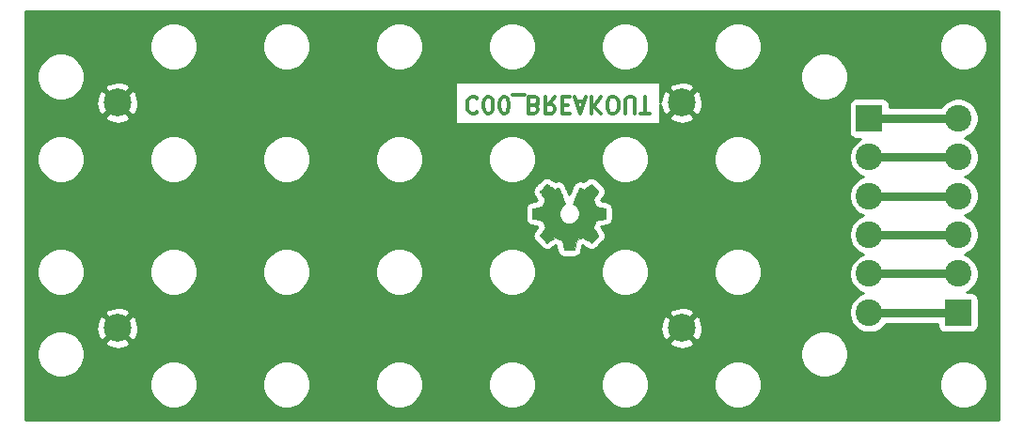
<source format=gbr>
G04 #@! TF.GenerationSoftware,KiCad,Pcbnew,5.1.5-52549c5~86~ubuntu18.04.1*
G04 #@! TF.CreationDate,2020-09-02T18:09:44-05:00*
G04 #@! TF.ProjectId,C00,4330302e-6b69-4636-9164-5f7063625858,rev?*
G04 #@! TF.SameCoordinates,Original*
G04 #@! TF.FileFunction,Copper,L2,Bot*
G04 #@! TF.FilePolarity,Positive*
%FSLAX46Y46*%
G04 Gerber Fmt 4.6, Leading zero omitted, Abs format (unit mm)*
G04 Created by KiCad (PCBNEW 5.1.5-52549c5~86~ubuntu18.04.1) date 2020-09-02 18:09:44*
%MOMM*%
%LPD*%
G04 APERTURE LIST*
%ADD10C,0.300000*%
%ADD11C,0.010000*%
%ADD12C,2.400000*%
%ADD13R,2.400000X2.400000*%
%ADD14C,2.499360*%
%ADD15C,0.750000*%
%ADD16C,0.254000*%
G04 APERTURE END LIST*
D10*
X61304600Y-28496485D02*
X61233171Y-28425057D01*
X61018885Y-28353628D01*
X60876028Y-28353628D01*
X60661742Y-28425057D01*
X60518885Y-28567914D01*
X60447457Y-28710771D01*
X60376028Y-28996485D01*
X60376028Y-29210771D01*
X60447457Y-29496485D01*
X60518885Y-29639342D01*
X60661742Y-29782200D01*
X60876028Y-29853628D01*
X61018885Y-29853628D01*
X61233171Y-29782200D01*
X61304600Y-29710771D01*
X62233171Y-29853628D02*
X62376028Y-29853628D01*
X62518885Y-29782200D01*
X62590314Y-29710771D01*
X62661742Y-29567914D01*
X62733171Y-29282200D01*
X62733171Y-28925057D01*
X62661742Y-28639342D01*
X62590314Y-28496485D01*
X62518885Y-28425057D01*
X62376028Y-28353628D01*
X62233171Y-28353628D01*
X62090314Y-28425057D01*
X62018885Y-28496485D01*
X61947457Y-28639342D01*
X61876028Y-28925057D01*
X61876028Y-29282200D01*
X61947457Y-29567914D01*
X62018885Y-29710771D01*
X62090314Y-29782200D01*
X62233171Y-29853628D01*
X63661742Y-29853628D02*
X63804600Y-29853628D01*
X63947457Y-29782200D01*
X64018885Y-29710771D01*
X64090314Y-29567914D01*
X64161742Y-29282200D01*
X64161742Y-28925057D01*
X64090314Y-28639342D01*
X64018885Y-28496485D01*
X63947457Y-28425057D01*
X63804600Y-28353628D01*
X63661742Y-28353628D01*
X63518885Y-28425057D01*
X63447457Y-28496485D01*
X63376028Y-28639342D01*
X63304600Y-28925057D01*
X63304600Y-29282200D01*
X63376028Y-29567914D01*
X63447457Y-29710771D01*
X63518885Y-29782200D01*
X63661742Y-29853628D01*
X64447457Y-28210771D02*
X65590314Y-28210771D01*
X66447457Y-29139342D02*
X66661742Y-29067914D01*
X66733171Y-28996485D01*
X66804600Y-28853628D01*
X66804600Y-28639342D01*
X66733171Y-28496485D01*
X66661742Y-28425057D01*
X66518885Y-28353628D01*
X65947457Y-28353628D01*
X65947457Y-29853628D01*
X66447457Y-29853628D01*
X66590314Y-29782200D01*
X66661742Y-29710771D01*
X66733171Y-29567914D01*
X66733171Y-29425057D01*
X66661742Y-29282200D01*
X66590314Y-29210771D01*
X66447457Y-29139342D01*
X65947457Y-29139342D01*
X68304600Y-28353628D02*
X67804600Y-29067914D01*
X67447457Y-28353628D02*
X67447457Y-29853628D01*
X68018885Y-29853628D01*
X68161742Y-29782200D01*
X68233171Y-29710771D01*
X68304600Y-29567914D01*
X68304600Y-29353628D01*
X68233171Y-29210771D01*
X68161742Y-29139342D01*
X68018885Y-29067914D01*
X67447457Y-29067914D01*
X68947457Y-29139342D02*
X69447457Y-29139342D01*
X69661742Y-28353628D02*
X68947457Y-28353628D01*
X68947457Y-29853628D01*
X69661742Y-29853628D01*
X70233171Y-28782200D02*
X70947457Y-28782200D01*
X70090314Y-28353628D02*
X70590314Y-29853628D01*
X71090314Y-28353628D01*
X71590314Y-28353628D02*
X71590314Y-29853628D01*
X72447457Y-28353628D02*
X71804600Y-29210771D01*
X72447457Y-29853628D02*
X71590314Y-28996485D01*
X73376028Y-29853628D02*
X73661742Y-29853628D01*
X73804600Y-29782200D01*
X73947457Y-29639342D01*
X74018885Y-29353628D01*
X74018885Y-28853628D01*
X73947457Y-28567914D01*
X73804600Y-28425057D01*
X73661742Y-28353628D01*
X73376028Y-28353628D01*
X73233171Y-28425057D01*
X73090314Y-28567914D01*
X73018885Y-28853628D01*
X73018885Y-29353628D01*
X73090314Y-29639342D01*
X73233171Y-29782200D01*
X73376028Y-29853628D01*
X74661742Y-29853628D02*
X74661742Y-28639342D01*
X74733171Y-28496485D01*
X74804600Y-28425057D01*
X74947457Y-28353628D01*
X75233171Y-28353628D01*
X75376028Y-28425057D01*
X75447457Y-28496485D01*
X75518885Y-28639342D01*
X75518885Y-29853628D01*
X76018885Y-29853628D02*
X76876028Y-29853628D01*
X76447457Y-28353628D02*
X76447457Y-29853628D01*
D11*
G36*
X70126414Y-41723269D02*
G01*
X70210235Y-41278645D01*
X70519520Y-41151147D01*
X70828806Y-41023649D01*
X71199846Y-41275954D01*
X71303757Y-41346204D01*
X71397687Y-41408928D01*
X71477252Y-41461262D01*
X71538070Y-41500343D01*
X71575757Y-41523307D01*
X71586021Y-41528258D01*
X71604510Y-41515524D01*
X71644020Y-41480318D01*
X71700122Y-41427138D01*
X71768387Y-41360482D01*
X71844386Y-41284846D01*
X71923692Y-41204728D01*
X72001875Y-41124626D01*
X72074507Y-41049036D01*
X72137159Y-40982455D01*
X72185403Y-40929382D01*
X72214810Y-40894313D01*
X72221841Y-40882577D01*
X72211723Y-40860940D01*
X72183359Y-40813538D01*
X72139729Y-40745007D01*
X72083818Y-40659985D01*
X72018606Y-40563107D01*
X71980819Y-40507850D01*
X71911943Y-40406952D01*
X71850740Y-40315901D01*
X71800178Y-40239230D01*
X71763228Y-40181472D01*
X71742858Y-40147157D01*
X71739797Y-40139946D01*
X71746736Y-40119452D01*
X71765651Y-40071687D01*
X71793687Y-40003368D01*
X71827991Y-39921211D01*
X71865709Y-39831930D01*
X71903987Y-39742242D01*
X71939970Y-39658862D01*
X71970806Y-39588506D01*
X71993639Y-39537890D01*
X72005617Y-39513729D01*
X72006324Y-39512778D01*
X72025131Y-39508164D01*
X72075218Y-39497872D01*
X72151393Y-39482913D01*
X72248465Y-39464299D01*
X72361243Y-39443041D01*
X72427042Y-39430782D01*
X72547550Y-39407838D01*
X72656397Y-39386005D01*
X72748076Y-39366478D01*
X72817081Y-39350452D01*
X72857904Y-39339121D01*
X72866111Y-39335526D01*
X72874148Y-39311194D01*
X72880633Y-39256241D01*
X72885570Y-39177092D01*
X72888964Y-39080174D01*
X72890818Y-38971913D01*
X72891138Y-38858735D01*
X72889927Y-38747065D01*
X72887190Y-38643332D01*
X72882931Y-38553959D01*
X72877155Y-38485374D01*
X72869867Y-38444003D01*
X72865495Y-38435390D01*
X72839364Y-38425067D01*
X72783993Y-38410308D01*
X72706707Y-38392848D01*
X72614830Y-38374420D01*
X72582758Y-38368459D01*
X72428124Y-38340134D01*
X72305975Y-38317324D01*
X72212273Y-38299120D01*
X72142984Y-38284617D01*
X72094071Y-38272908D01*
X72061497Y-38263085D01*
X72041228Y-38254244D01*
X72029226Y-38245476D01*
X72027547Y-38243743D01*
X72010784Y-38215829D01*
X71985214Y-38161505D01*
X71953388Y-38087423D01*
X71917860Y-38000235D01*
X71881183Y-37906592D01*
X71845911Y-37813148D01*
X71814596Y-37726553D01*
X71789793Y-37653460D01*
X71774054Y-37600522D01*
X71769932Y-37574389D01*
X71770276Y-37573474D01*
X71784241Y-37552114D01*
X71815922Y-37505116D01*
X71861991Y-37437373D01*
X71919118Y-37353777D01*
X71983973Y-37259218D01*
X72002443Y-37232346D01*
X72068299Y-37134925D01*
X72126250Y-37046037D01*
X72173138Y-36970788D01*
X72205807Y-36914280D01*
X72221100Y-36881619D01*
X72221841Y-36877607D01*
X72208992Y-36856516D01*
X72173488Y-36814736D01*
X72119893Y-36756755D01*
X72052771Y-36687065D01*
X71976687Y-36610155D01*
X71896204Y-36530517D01*
X71815887Y-36452639D01*
X71740299Y-36381014D01*
X71674005Y-36320130D01*
X71621569Y-36274479D01*
X71587555Y-36248550D01*
X71578145Y-36244317D01*
X71556243Y-36254288D01*
X71511400Y-36281180D01*
X71450921Y-36320464D01*
X71404389Y-36352083D01*
X71320075Y-36410102D01*
X71220226Y-36478416D01*
X71120073Y-36546621D01*
X71066227Y-36583125D01*
X70883971Y-36706400D01*
X70730981Y-36623680D01*
X70661282Y-36587441D01*
X70602014Y-36559274D01*
X70561911Y-36543209D01*
X70551703Y-36540974D01*
X70539429Y-36557478D01*
X70515213Y-36604118D01*
X70480863Y-36676591D01*
X70438188Y-36770594D01*
X70388994Y-36881826D01*
X70335090Y-37005985D01*
X70278284Y-37138768D01*
X70220382Y-37275873D01*
X70163193Y-37412998D01*
X70108524Y-37545842D01*
X70058184Y-37670102D01*
X70013980Y-37781475D01*
X69977719Y-37875661D01*
X69951209Y-37948356D01*
X69936258Y-37995259D01*
X69933854Y-38011367D01*
X69952911Y-38031914D01*
X69994636Y-38065267D01*
X70050306Y-38104498D01*
X70054978Y-38107601D01*
X70198864Y-38222777D01*
X70314883Y-38357147D01*
X70402030Y-38506416D01*
X70459299Y-38666287D01*
X70485686Y-38832463D01*
X70480185Y-39000648D01*
X70441790Y-39166545D01*
X70369495Y-39325858D01*
X70348226Y-39360713D01*
X70237596Y-39501463D01*
X70106902Y-39614486D01*
X69960664Y-39699197D01*
X69803408Y-39755006D01*
X69639657Y-39781326D01*
X69473933Y-39777570D01*
X69310762Y-39743150D01*
X69154665Y-39677477D01*
X69010167Y-39579965D01*
X68965469Y-39540387D01*
X68851712Y-39416497D01*
X68768818Y-39286076D01*
X68711956Y-39139885D01*
X68680287Y-38995112D01*
X68672469Y-38832340D01*
X68698538Y-38668760D01*
X68755845Y-38509902D01*
X68841744Y-38361294D01*
X68953586Y-38228465D01*
X69088723Y-38116944D01*
X69106483Y-38105189D01*
X69162750Y-38066692D01*
X69205523Y-38033337D01*
X69225972Y-38012040D01*
X69226269Y-38011367D01*
X69221879Y-37988329D01*
X69204476Y-37936043D01*
X69175868Y-37858810D01*
X69137865Y-37760932D01*
X69092274Y-37646709D01*
X69040903Y-37520442D01*
X68985562Y-37386433D01*
X68928058Y-37248982D01*
X68870201Y-37112392D01*
X68813798Y-36980963D01*
X68760658Y-36858995D01*
X68712590Y-36750791D01*
X68671401Y-36660651D01*
X68638901Y-36592877D01*
X68616897Y-36551770D01*
X68608036Y-36540974D01*
X68580960Y-36549381D01*
X68530297Y-36571928D01*
X68464783Y-36604587D01*
X68428759Y-36623680D01*
X68275768Y-36706400D01*
X68093512Y-36583125D01*
X68000475Y-36519972D01*
X67898615Y-36450473D01*
X67803162Y-36385035D01*
X67755350Y-36352083D01*
X67688105Y-36306927D01*
X67631164Y-36271143D01*
X67591954Y-36249262D01*
X67579219Y-36244637D01*
X67560683Y-36257115D01*
X67519659Y-36291948D01*
X67460125Y-36345522D01*
X67386058Y-36414217D01*
X67301435Y-36494419D01*
X67247915Y-36545914D01*
X67154281Y-36637914D01*
X67073359Y-36720201D01*
X67008423Y-36789255D01*
X66962742Y-36841556D01*
X66939589Y-36873584D01*
X66937368Y-36880084D01*
X66947676Y-36904806D01*
X66976161Y-36954795D01*
X67019663Y-37024988D01*
X67075023Y-37110325D01*
X67139080Y-37205744D01*
X67157297Y-37232346D01*
X67223673Y-37329033D01*
X67283222Y-37416083D01*
X67332616Y-37488605D01*
X67368525Y-37541707D01*
X67387619Y-37570497D01*
X67389464Y-37573474D01*
X67386705Y-37596418D01*
X67372062Y-37646864D01*
X67348087Y-37718159D01*
X67317334Y-37803653D01*
X67282356Y-37896693D01*
X67245707Y-37990626D01*
X67209939Y-38078801D01*
X67177606Y-38154566D01*
X67151262Y-38211269D01*
X67133458Y-38242257D01*
X67132193Y-38243743D01*
X67121306Y-38252599D01*
X67102918Y-38261357D01*
X67072994Y-38270923D01*
X67027497Y-38282204D01*
X66962391Y-38296107D01*
X66873639Y-38313537D01*
X66757207Y-38335402D01*
X66609058Y-38362609D01*
X66576982Y-38368459D01*
X66481914Y-38386826D01*
X66399035Y-38404795D01*
X66335670Y-38420631D01*
X66299142Y-38432600D01*
X66294244Y-38435390D01*
X66286173Y-38460128D01*
X66279613Y-38515410D01*
X66274567Y-38594811D01*
X66271041Y-38691904D01*
X66269039Y-38800262D01*
X66268564Y-38913460D01*
X66269623Y-39025072D01*
X66272218Y-39128671D01*
X66276354Y-39217832D01*
X66282037Y-39286128D01*
X66289269Y-39327134D01*
X66293629Y-39335526D01*
X66317902Y-39343992D01*
X66373174Y-39357765D01*
X66453938Y-39375650D01*
X66554688Y-39396452D01*
X66669917Y-39418977D01*
X66732698Y-39430782D01*
X66851813Y-39453049D01*
X66958035Y-39473221D01*
X67046173Y-39490285D01*
X67111034Y-39503231D01*
X67147426Y-39511045D01*
X67153416Y-39512778D01*
X67163539Y-39532310D01*
X67184938Y-39579357D01*
X67214761Y-39647197D01*
X67250155Y-39729109D01*
X67288268Y-39818372D01*
X67326247Y-39908265D01*
X67361240Y-39992065D01*
X67390394Y-40063053D01*
X67410857Y-40114506D01*
X67419777Y-40139703D01*
X67419943Y-40140804D01*
X67409831Y-40160681D01*
X67381483Y-40206423D01*
X67337877Y-40273483D01*
X67281994Y-40357316D01*
X67216813Y-40453374D01*
X67178921Y-40508550D01*
X67109875Y-40609719D01*
X67048550Y-40701570D01*
X66997937Y-40779456D01*
X66961029Y-40838731D01*
X66940818Y-40874749D01*
X66937899Y-40882823D01*
X66950447Y-40901616D01*
X66985137Y-40941743D01*
X67037537Y-40998707D01*
X67103216Y-41068015D01*
X67177744Y-41145169D01*
X67256687Y-41225675D01*
X67335617Y-41305037D01*
X67410100Y-41378760D01*
X67475706Y-41442348D01*
X67528004Y-41491306D01*
X67562561Y-41521139D01*
X67574122Y-41528258D01*
X67592946Y-41518247D01*
X67637969Y-41490122D01*
X67704813Y-41446746D01*
X67789101Y-41390982D01*
X67886456Y-41325694D01*
X67959893Y-41275954D01*
X68330933Y-41023649D01*
X68949505Y-41278645D01*
X69033325Y-41723269D01*
X69117146Y-42167893D01*
X70042594Y-42167893D01*
X70126414Y-41723269D01*
G37*
X70126414Y-41723269D02*
X70210235Y-41278645D01*
X70519520Y-41151147D01*
X70828806Y-41023649D01*
X71199846Y-41275954D01*
X71303757Y-41346204D01*
X71397687Y-41408928D01*
X71477252Y-41461262D01*
X71538070Y-41500343D01*
X71575757Y-41523307D01*
X71586021Y-41528258D01*
X71604510Y-41515524D01*
X71644020Y-41480318D01*
X71700122Y-41427138D01*
X71768387Y-41360482D01*
X71844386Y-41284846D01*
X71923692Y-41204728D01*
X72001875Y-41124626D01*
X72074507Y-41049036D01*
X72137159Y-40982455D01*
X72185403Y-40929382D01*
X72214810Y-40894313D01*
X72221841Y-40882577D01*
X72211723Y-40860940D01*
X72183359Y-40813538D01*
X72139729Y-40745007D01*
X72083818Y-40659985D01*
X72018606Y-40563107D01*
X71980819Y-40507850D01*
X71911943Y-40406952D01*
X71850740Y-40315901D01*
X71800178Y-40239230D01*
X71763228Y-40181472D01*
X71742858Y-40147157D01*
X71739797Y-40139946D01*
X71746736Y-40119452D01*
X71765651Y-40071687D01*
X71793687Y-40003368D01*
X71827991Y-39921211D01*
X71865709Y-39831930D01*
X71903987Y-39742242D01*
X71939970Y-39658862D01*
X71970806Y-39588506D01*
X71993639Y-39537890D01*
X72005617Y-39513729D01*
X72006324Y-39512778D01*
X72025131Y-39508164D01*
X72075218Y-39497872D01*
X72151393Y-39482913D01*
X72248465Y-39464299D01*
X72361243Y-39443041D01*
X72427042Y-39430782D01*
X72547550Y-39407838D01*
X72656397Y-39386005D01*
X72748076Y-39366478D01*
X72817081Y-39350452D01*
X72857904Y-39339121D01*
X72866111Y-39335526D01*
X72874148Y-39311194D01*
X72880633Y-39256241D01*
X72885570Y-39177092D01*
X72888964Y-39080174D01*
X72890818Y-38971913D01*
X72891138Y-38858735D01*
X72889927Y-38747065D01*
X72887190Y-38643332D01*
X72882931Y-38553959D01*
X72877155Y-38485374D01*
X72869867Y-38444003D01*
X72865495Y-38435390D01*
X72839364Y-38425067D01*
X72783993Y-38410308D01*
X72706707Y-38392848D01*
X72614830Y-38374420D01*
X72582758Y-38368459D01*
X72428124Y-38340134D01*
X72305975Y-38317324D01*
X72212273Y-38299120D01*
X72142984Y-38284617D01*
X72094071Y-38272908D01*
X72061497Y-38263085D01*
X72041228Y-38254244D01*
X72029226Y-38245476D01*
X72027547Y-38243743D01*
X72010784Y-38215829D01*
X71985214Y-38161505D01*
X71953388Y-38087423D01*
X71917860Y-38000235D01*
X71881183Y-37906592D01*
X71845911Y-37813148D01*
X71814596Y-37726553D01*
X71789793Y-37653460D01*
X71774054Y-37600522D01*
X71769932Y-37574389D01*
X71770276Y-37573474D01*
X71784241Y-37552114D01*
X71815922Y-37505116D01*
X71861991Y-37437373D01*
X71919118Y-37353777D01*
X71983973Y-37259218D01*
X72002443Y-37232346D01*
X72068299Y-37134925D01*
X72126250Y-37046037D01*
X72173138Y-36970788D01*
X72205807Y-36914280D01*
X72221100Y-36881619D01*
X72221841Y-36877607D01*
X72208992Y-36856516D01*
X72173488Y-36814736D01*
X72119893Y-36756755D01*
X72052771Y-36687065D01*
X71976687Y-36610155D01*
X71896204Y-36530517D01*
X71815887Y-36452639D01*
X71740299Y-36381014D01*
X71674005Y-36320130D01*
X71621569Y-36274479D01*
X71587555Y-36248550D01*
X71578145Y-36244317D01*
X71556243Y-36254288D01*
X71511400Y-36281180D01*
X71450921Y-36320464D01*
X71404389Y-36352083D01*
X71320075Y-36410102D01*
X71220226Y-36478416D01*
X71120073Y-36546621D01*
X71066227Y-36583125D01*
X70883971Y-36706400D01*
X70730981Y-36623680D01*
X70661282Y-36587441D01*
X70602014Y-36559274D01*
X70561911Y-36543209D01*
X70551703Y-36540974D01*
X70539429Y-36557478D01*
X70515213Y-36604118D01*
X70480863Y-36676591D01*
X70438188Y-36770594D01*
X70388994Y-36881826D01*
X70335090Y-37005985D01*
X70278284Y-37138768D01*
X70220382Y-37275873D01*
X70163193Y-37412998D01*
X70108524Y-37545842D01*
X70058184Y-37670102D01*
X70013980Y-37781475D01*
X69977719Y-37875661D01*
X69951209Y-37948356D01*
X69936258Y-37995259D01*
X69933854Y-38011367D01*
X69952911Y-38031914D01*
X69994636Y-38065267D01*
X70050306Y-38104498D01*
X70054978Y-38107601D01*
X70198864Y-38222777D01*
X70314883Y-38357147D01*
X70402030Y-38506416D01*
X70459299Y-38666287D01*
X70485686Y-38832463D01*
X70480185Y-39000648D01*
X70441790Y-39166545D01*
X70369495Y-39325858D01*
X70348226Y-39360713D01*
X70237596Y-39501463D01*
X70106902Y-39614486D01*
X69960664Y-39699197D01*
X69803408Y-39755006D01*
X69639657Y-39781326D01*
X69473933Y-39777570D01*
X69310762Y-39743150D01*
X69154665Y-39677477D01*
X69010167Y-39579965D01*
X68965469Y-39540387D01*
X68851712Y-39416497D01*
X68768818Y-39286076D01*
X68711956Y-39139885D01*
X68680287Y-38995112D01*
X68672469Y-38832340D01*
X68698538Y-38668760D01*
X68755845Y-38509902D01*
X68841744Y-38361294D01*
X68953586Y-38228465D01*
X69088723Y-38116944D01*
X69106483Y-38105189D01*
X69162750Y-38066692D01*
X69205523Y-38033337D01*
X69225972Y-38012040D01*
X69226269Y-38011367D01*
X69221879Y-37988329D01*
X69204476Y-37936043D01*
X69175868Y-37858810D01*
X69137865Y-37760932D01*
X69092274Y-37646709D01*
X69040903Y-37520442D01*
X68985562Y-37386433D01*
X68928058Y-37248982D01*
X68870201Y-37112392D01*
X68813798Y-36980963D01*
X68760658Y-36858995D01*
X68712590Y-36750791D01*
X68671401Y-36660651D01*
X68638901Y-36592877D01*
X68616897Y-36551770D01*
X68608036Y-36540974D01*
X68580960Y-36549381D01*
X68530297Y-36571928D01*
X68464783Y-36604587D01*
X68428759Y-36623680D01*
X68275768Y-36706400D01*
X68093512Y-36583125D01*
X68000475Y-36519972D01*
X67898615Y-36450473D01*
X67803162Y-36385035D01*
X67755350Y-36352083D01*
X67688105Y-36306927D01*
X67631164Y-36271143D01*
X67591954Y-36249262D01*
X67579219Y-36244637D01*
X67560683Y-36257115D01*
X67519659Y-36291948D01*
X67460125Y-36345522D01*
X67386058Y-36414217D01*
X67301435Y-36494419D01*
X67247915Y-36545914D01*
X67154281Y-36637914D01*
X67073359Y-36720201D01*
X67008423Y-36789255D01*
X66962742Y-36841556D01*
X66939589Y-36873584D01*
X66937368Y-36880084D01*
X66947676Y-36904806D01*
X66976161Y-36954795D01*
X67019663Y-37024988D01*
X67075023Y-37110325D01*
X67139080Y-37205744D01*
X67157297Y-37232346D01*
X67223673Y-37329033D01*
X67283222Y-37416083D01*
X67332616Y-37488605D01*
X67368525Y-37541707D01*
X67387619Y-37570497D01*
X67389464Y-37573474D01*
X67386705Y-37596418D01*
X67372062Y-37646864D01*
X67348087Y-37718159D01*
X67317334Y-37803653D01*
X67282356Y-37896693D01*
X67245707Y-37990626D01*
X67209939Y-38078801D01*
X67177606Y-38154566D01*
X67151262Y-38211269D01*
X67133458Y-38242257D01*
X67132193Y-38243743D01*
X67121306Y-38252599D01*
X67102918Y-38261357D01*
X67072994Y-38270923D01*
X67027497Y-38282204D01*
X66962391Y-38296107D01*
X66873639Y-38313537D01*
X66757207Y-38335402D01*
X66609058Y-38362609D01*
X66576982Y-38368459D01*
X66481914Y-38386826D01*
X66399035Y-38404795D01*
X66335670Y-38420631D01*
X66299142Y-38432600D01*
X66294244Y-38435390D01*
X66286173Y-38460128D01*
X66279613Y-38515410D01*
X66274567Y-38594811D01*
X66271041Y-38691904D01*
X66269039Y-38800262D01*
X66268564Y-38913460D01*
X66269623Y-39025072D01*
X66272218Y-39128671D01*
X66276354Y-39217832D01*
X66282037Y-39286128D01*
X66289269Y-39327134D01*
X66293629Y-39335526D01*
X66317902Y-39343992D01*
X66373174Y-39357765D01*
X66453938Y-39375650D01*
X66554688Y-39396452D01*
X66669917Y-39418977D01*
X66732698Y-39430782D01*
X66851813Y-39453049D01*
X66958035Y-39473221D01*
X67046173Y-39490285D01*
X67111034Y-39503231D01*
X67147426Y-39511045D01*
X67153416Y-39512778D01*
X67163539Y-39532310D01*
X67184938Y-39579357D01*
X67214761Y-39647197D01*
X67250155Y-39729109D01*
X67288268Y-39818372D01*
X67326247Y-39908265D01*
X67361240Y-39992065D01*
X67390394Y-40063053D01*
X67410857Y-40114506D01*
X67419777Y-40139703D01*
X67419943Y-40140804D01*
X67409831Y-40160681D01*
X67381483Y-40206423D01*
X67337877Y-40273483D01*
X67281994Y-40357316D01*
X67216813Y-40453374D01*
X67178921Y-40508550D01*
X67109875Y-40609719D01*
X67048550Y-40701570D01*
X66997937Y-40779456D01*
X66961029Y-40838731D01*
X66940818Y-40874749D01*
X66937899Y-40882823D01*
X66950447Y-40901616D01*
X66985137Y-40941743D01*
X67037537Y-40998707D01*
X67103216Y-41068015D01*
X67177744Y-41145169D01*
X67256687Y-41225675D01*
X67335617Y-41305037D01*
X67410100Y-41378760D01*
X67475706Y-41442348D01*
X67528004Y-41491306D01*
X67562561Y-41521139D01*
X67574122Y-41528258D01*
X67592946Y-41518247D01*
X67637969Y-41490122D01*
X67704813Y-41446746D01*
X67789101Y-41390982D01*
X67886456Y-41325694D01*
X67959893Y-41275954D01*
X68330933Y-41023649D01*
X68949505Y-41278645D01*
X69033325Y-41723269D01*
X69117146Y-42167893D01*
X70042594Y-42167893D01*
X70126414Y-41723269D01*
D12*
X96600000Y-47800000D03*
X96600000Y-44300000D03*
X96600000Y-40800000D03*
X96600000Y-37300000D03*
X96600000Y-33800000D03*
D13*
X96600000Y-30300000D03*
D12*
X104600000Y-30300000D03*
X104600000Y-33800000D03*
X104600000Y-37300000D03*
X104600000Y-40800000D03*
X104600000Y-44300000D03*
D13*
X104600000Y-47800000D03*
D14*
X79690000Y-49210000D03*
X79690000Y-28890000D03*
X28890000Y-49210000D03*
X28890000Y-28890000D03*
D15*
X96600000Y-30300000D02*
X104600000Y-30300000D01*
X96600000Y-33800000D02*
X104600000Y-33800000D01*
X98297056Y-37300000D02*
X104600000Y-37300000D01*
X96600000Y-37300000D02*
X98297056Y-37300000D01*
X96600000Y-40800000D02*
X104600000Y-40800000D01*
X96600000Y-44300000D02*
X104600000Y-44300000D01*
X98297056Y-47800000D02*
X104600000Y-47800000D01*
X96600000Y-47800000D02*
X98297056Y-47800000D01*
D16*
G36*
X108240001Y-57440000D02*
G01*
X20660000Y-57440000D01*
X20660000Y-54079721D01*
X31835000Y-54079721D01*
X31835000Y-54500279D01*
X31917047Y-54912756D01*
X32077988Y-55301302D01*
X32311637Y-55650983D01*
X32609017Y-55948363D01*
X32958698Y-56182012D01*
X33347244Y-56342953D01*
X33759721Y-56425000D01*
X34180279Y-56425000D01*
X34592756Y-56342953D01*
X34981302Y-56182012D01*
X35330983Y-55948363D01*
X35628363Y-55650983D01*
X35862012Y-55301302D01*
X36022953Y-54912756D01*
X36105000Y-54500279D01*
X36105000Y-54079721D01*
X41995000Y-54079721D01*
X41995000Y-54500279D01*
X42077047Y-54912756D01*
X42237988Y-55301302D01*
X42471637Y-55650983D01*
X42769017Y-55948363D01*
X43118698Y-56182012D01*
X43507244Y-56342953D01*
X43919721Y-56425000D01*
X44340279Y-56425000D01*
X44752756Y-56342953D01*
X45141302Y-56182012D01*
X45490983Y-55948363D01*
X45788363Y-55650983D01*
X46022012Y-55301302D01*
X46182953Y-54912756D01*
X46265000Y-54500279D01*
X46265000Y-54079721D01*
X52155000Y-54079721D01*
X52155000Y-54500279D01*
X52237047Y-54912756D01*
X52397988Y-55301302D01*
X52631637Y-55650983D01*
X52929017Y-55948363D01*
X53278698Y-56182012D01*
X53667244Y-56342953D01*
X54079721Y-56425000D01*
X54500279Y-56425000D01*
X54912756Y-56342953D01*
X55301302Y-56182012D01*
X55650983Y-55948363D01*
X55948363Y-55650983D01*
X56182012Y-55301302D01*
X56342953Y-54912756D01*
X56425000Y-54500279D01*
X56425000Y-54079721D01*
X62315000Y-54079721D01*
X62315000Y-54500279D01*
X62397047Y-54912756D01*
X62557988Y-55301302D01*
X62791637Y-55650983D01*
X63089017Y-55948363D01*
X63438698Y-56182012D01*
X63827244Y-56342953D01*
X64239721Y-56425000D01*
X64660279Y-56425000D01*
X65072756Y-56342953D01*
X65461302Y-56182012D01*
X65810983Y-55948363D01*
X66108363Y-55650983D01*
X66342012Y-55301302D01*
X66502953Y-54912756D01*
X66585000Y-54500279D01*
X66585000Y-54079721D01*
X72475000Y-54079721D01*
X72475000Y-54500279D01*
X72557047Y-54912756D01*
X72717988Y-55301302D01*
X72951637Y-55650983D01*
X73249017Y-55948363D01*
X73598698Y-56182012D01*
X73987244Y-56342953D01*
X74399721Y-56425000D01*
X74820279Y-56425000D01*
X75232756Y-56342953D01*
X75621302Y-56182012D01*
X75970983Y-55948363D01*
X76268363Y-55650983D01*
X76502012Y-55301302D01*
X76662953Y-54912756D01*
X76745000Y-54500279D01*
X76745000Y-54079721D01*
X82635000Y-54079721D01*
X82635000Y-54500279D01*
X82717047Y-54912756D01*
X82877988Y-55301302D01*
X83111637Y-55650983D01*
X83409017Y-55948363D01*
X83758698Y-56182012D01*
X84147244Y-56342953D01*
X84559721Y-56425000D01*
X84980279Y-56425000D01*
X85392756Y-56342953D01*
X85781302Y-56182012D01*
X86130983Y-55948363D01*
X86428363Y-55650983D01*
X86662012Y-55301302D01*
X86822953Y-54912756D01*
X86905000Y-54500279D01*
X86905000Y-54079721D01*
X102955000Y-54079721D01*
X102955000Y-54500279D01*
X103037047Y-54912756D01*
X103197988Y-55301302D01*
X103431637Y-55650983D01*
X103729017Y-55948363D01*
X104078698Y-56182012D01*
X104467244Y-56342953D01*
X104879721Y-56425000D01*
X105300279Y-56425000D01*
X105712756Y-56342953D01*
X106101302Y-56182012D01*
X106450983Y-55948363D01*
X106748363Y-55650983D01*
X106982012Y-55301302D01*
X107142953Y-54912756D01*
X107225000Y-54500279D01*
X107225000Y-54079721D01*
X107142953Y-53667244D01*
X106982012Y-53278698D01*
X106748363Y-52929017D01*
X106450983Y-52631637D01*
X106101302Y-52397988D01*
X105712756Y-52237047D01*
X105300279Y-52155000D01*
X104879721Y-52155000D01*
X104467244Y-52237047D01*
X104078698Y-52397988D01*
X103729017Y-52631637D01*
X103431637Y-52929017D01*
X103197988Y-53278698D01*
X103037047Y-53667244D01*
X102955000Y-54079721D01*
X86905000Y-54079721D01*
X86822953Y-53667244D01*
X86662012Y-53278698D01*
X86428363Y-52929017D01*
X86130983Y-52631637D01*
X85781302Y-52397988D01*
X85392756Y-52237047D01*
X84980279Y-52155000D01*
X84559721Y-52155000D01*
X84147244Y-52237047D01*
X83758698Y-52397988D01*
X83409017Y-52631637D01*
X83111637Y-52929017D01*
X82877988Y-53278698D01*
X82717047Y-53667244D01*
X82635000Y-54079721D01*
X76745000Y-54079721D01*
X76662953Y-53667244D01*
X76502012Y-53278698D01*
X76268363Y-52929017D01*
X75970983Y-52631637D01*
X75621302Y-52397988D01*
X75232756Y-52237047D01*
X74820279Y-52155000D01*
X74399721Y-52155000D01*
X73987244Y-52237047D01*
X73598698Y-52397988D01*
X73249017Y-52631637D01*
X72951637Y-52929017D01*
X72717988Y-53278698D01*
X72557047Y-53667244D01*
X72475000Y-54079721D01*
X66585000Y-54079721D01*
X66502953Y-53667244D01*
X66342012Y-53278698D01*
X66108363Y-52929017D01*
X65810983Y-52631637D01*
X65461302Y-52397988D01*
X65072756Y-52237047D01*
X64660279Y-52155000D01*
X64239721Y-52155000D01*
X63827244Y-52237047D01*
X63438698Y-52397988D01*
X63089017Y-52631637D01*
X62791637Y-52929017D01*
X62557988Y-53278698D01*
X62397047Y-53667244D01*
X62315000Y-54079721D01*
X56425000Y-54079721D01*
X56342953Y-53667244D01*
X56182012Y-53278698D01*
X55948363Y-52929017D01*
X55650983Y-52631637D01*
X55301302Y-52397988D01*
X54912756Y-52237047D01*
X54500279Y-52155000D01*
X54079721Y-52155000D01*
X53667244Y-52237047D01*
X53278698Y-52397988D01*
X52929017Y-52631637D01*
X52631637Y-52929017D01*
X52397988Y-53278698D01*
X52237047Y-53667244D01*
X52155000Y-54079721D01*
X46265000Y-54079721D01*
X46182953Y-53667244D01*
X46022012Y-53278698D01*
X45788363Y-52929017D01*
X45490983Y-52631637D01*
X45141302Y-52397988D01*
X44752756Y-52237047D01*
X44340279Y-52155000D01*
X43919721Y-52155000D01*
X43507244Y-52237047D01*
X43118698Y-52397988D01*
X42769017Y-52631637D01*
X42471637Y-52929017D01*
X42237988Y-53278698D01*
X42077047Y-53667244D01*
X41995000Y-54079721D01*
X36105000Y-54079721D01*
X36022953Y-53667244D01*
X35862012Y-53278698D01*
X35628363Y-52929017D01*
X35330983Y-52631637D01*
X34981302Y-52397988D01*
X34592756Y-52237047D01*
X34180279Y-52155000D01*
X33759721Y-52155000D01*
X33347244Y-52237047D01*
X32958698Y-52397988D01*
X32609017Y-52631637D01*
X32311637Y-52929017D01*
X32077988Y-53278698D01*
X31917047Y-53667244D01*
X31835000Y-54079721D01*
X20660000Y-54079721D01*
X20660000Y-51339721D01*
X21675000Y-51339721D01*
X21675000Y-51760279D01*
X21757047Y-52172756D01*
X21917988Y-52561302D01*
X22151637Y-52910983D01*
X22449017Y-53208363D01*
X22798698Y-53442012D01*
X23187244Y-53602953D01*
X23599721Y-53685000D01*
X24020279Y-53685000D01*
X24432756Y-53602953D01*
X24821302Y-53442012D01*
X25170983Y-53208363D01*
X25468363Y-52910983D01*
X25702012Y-52561302D01*
X25862953Y-52172756D01*
X25945000Y-51760279D01*
X25945000Y-51339721D01*
X90425000Y-51339721D01*
X90425000Y-51760279D01*
X90507047Y-52172756D01*
X90667988Y-52561302D01*
X90901637Y-52910983D01*
X91199017Y-53208363D01*
X91548698Y-53442012D01*
X91937244Y-53602953D01*
X92349721Y-53685000D01*
X92770279Y-53685000D01*
X93182756Y-53602953D01*
X93571302Y-53442012D01*
X93920983Y-53208363D01*
X94218363Y-52910983D01*
X94452012Y-52561302D01*
X94612953Y-52172756D01*
X94695000Y-51760279D01*
X94695000Y-51339721D01*
X94612953Y-50927244D01*
X94452012Y-50538698D01*
X94218363Y-50189017D01*
X93920983Y-49891637D01*
X93571302Y-49657988D01*
X93182756Y-49497047D01*
X92770279Y-49415000D01*
X92349721Y-49415000D01*
X91937244Y-49497047D01*
X91548698Y-49657988D01*
X91199017Y-49891637D01*
X90901637Y-50189017D01*
X90667988Y-50538698D01*
X90507047Y-50927244D01*
X90425000Y-51339721D01*
X25945000Y-51339721D01*
X25862953Y-50927244D01*
X25702012Y-50538698D01*
X25691775Y-50523377D01*
X27756229Y-50523377D01*
X27882104Y-50813315D01*
X28214262Y-50979139D01*
X28572387Y-51076975D01*
X28942719Y-51103065D01*
X29311025Y-51056405D01*
X29663151Y-50938789D01*
X29897896Y-50813315D01*
X30023771Y-50523377D01*
X78556229Y-50523377D01*
X78682104Y-50813315D01*
X79014262Y-50979139D01*
X79372387Y-51076975D01*
X79742719Y-51103065D01*
X80111025Y-51056405D01*
X80463151Y-50938789D01*
X80697896Y-50813315D01*
X80823771Y-50523377D01*
X79690000Y-49389605D01*
X78556229Y-50523377D01*
X30023771Y-50523377D01*
X28890000Y-49389605D01*
X27756229Y-50523377D01*
X25691775Y-50523377D01*
X25468363Y-50189017D01*
X25170983Y-49891637D01*
X24821302Y-49657988D01*
X24432756Y-49497047D01*
X24020279Y-49415000D01*
X23599721Y-49415000D01*
X23187244Y-49497047D01*
X22798698Y-49657988D01*
X22449017Y-49891637D01*
X22151637Y-50189017D01*
X21917988Y-50538698D01*
X21757047Y-50927244D01*
X21675000Y-51339721D01*
X20660000Y-51339721D01*
X20660000Y-49262719D01*
X26996935Y-49262719D01*
X27043595Y-49631025D01*
X27161211Y-49983151D01*
X27286685Y-50217896D01*
X27576623Y-50343771D01*
X28710395Y-49210000D01*
X29069605Y-49210000D01*
X30203377Y-50343771D01*
X30493315Y-50217896D01*
X30659139Y-49885738D01*
X30756975Y-49527613D01*
X30775636Y-49262719D01*
X77796935Y-49262719D01*
X77843595Y-49631025D01*
X77961211Y-49983151D01*
X78086685Y-50217896D01*
X78376623Y-50343771D01*
X79510395Y-49210000D01*
X79869605Y-49210000D01*
X81003377Y-50343771D01*
X81293315Y-50217896D01*
X81459139Y-49885738D01*
X81556975Y-49527613D01*
X81583065Y-49157281D01*
X81536405Y-48788975D01*
X81418789Y-48436849D01*
X81293315Y-48202104D01*
X81003377Y-48076229D01*
X79869605Y-49210000D01*
X79510395Y-49210000D01*
X78376623Y-48076229D01*
X78086685Y-48202104D01*
X77920861Y-48534262D01*
X77823025Y-48892387D01*
X77796935Y-49262719D01*
X30775636Y-49262719D01*
X30783065Y-49157281D01*
X30736405Y-48788975D01*
X30618789Y-48436849D01*
X30493315Y-48202104D01*
X30203377Y-48076229D01*
X29069605Y-49210000D01*
X28710395Y-49210000D01*
X27576623Y-48076229D01*
X27286685Y-48202104D01*
X27120861Y-48534262D01*
X27023025Y-48892387D01*
X26996935Y-49262719D01*
X20660000Y-49262719D01*
X20660000Y-47896623D01*
X27756229Y-47896623D01*
X28890000Y-49030395D01*
X30023771Y-47896623D01*
X78556229Y-47896623D01*
X79690000Y-49030395D01*
X80823771Y-47896623D01*
X80697896Y-47606685D01*
X80365738Y-47440861D01*
X80007613Y-47343025D01*
X79637281Y-47316935D01*
X79268975Y-47363595D01*
X78916849Y-47481211D01*
X78682104Y-47606685D01*
X78556229Y-47896623D01*
X30023771Y-47896623D01*
X29897896Y-47606685D01*
X29565738Y-47440861D01*
X29207613Y-47343025D01*
X28837281Y-47316935D01*
X28468975Y-47363595D01*
X28116849Y-47481211D01*
X27882104Y-47606685D01*
X27756229Y-47896623D01*
X20660000Y-47896623D01*
X20660000Y-43919721D01*
X21675000Y-43919721D01*
X21675000Y-44340279D01*
X21757047Y-44752756D01*
X21917988Y-45141302D01*
X22151637Y-45490983D01*
X22449017Y-45788363D01*
X22798698Y-46022012D01*
X23187244Y-46182953D01*
X23599721Y-46265000D01*
X24020279Y-46265000D01*
X24432756Y-46182953D01*
X24821302Y-46022012D01*
X25170983Y-45788363D01*
X25468363Y-45490983D01*
X25702012Y-45141302D01*
X25862953Y-44752756D01*
X25945000Y-44340279D01*
X25945000Y-43919721D01*
X31835000Y-43919721D01*
X31835000Y-44340279D01*
X31917047Y-44752756D01*
X32077988Y-45141302D01*
X32311637Y-45490983D01*
X32609017Y-45788363D01*
X32958698Y-46022012D01*
X33347244Y-46182953D01*
X33759721Y-46265000D01*
X34180279Y-46265000D01*
X34592756Y-46182953D01*
X34981302Y-46022012D01*
X35330983Y-45788363D01*
X35628363Y-45490983D01*
X35862012Y-45141302D01*
X36022953Y-44752756D01*
X36105000Y-44340279D01*
X36105000Y-43919721D01*
X41995000Y-43919721D01*
X41995000Y-44340279D01*
X42077047Y-44752756D01*
X42237988Y-45141302D01*
X42471637Y-45490983D01*
X42769017Y-45788363D01*
X43118698Y-46022012D01*
X43507244Y-46182953D01*
X43919721Y-46265000D01*
X44340279Y-46265000D01*
X44752756Y-46182953D01*
X45141302Y-46022012D01*
X45490983Y-45788363D01*
X45788363Y-45490983D01*
X46022012Y-45141302D01*
X46182953Y-44752756D01*
X46265000Y-44340279D01*
X46265000Y-43919721D01*
X52155000Y-43919721D01*
X52155000Y-44340279D01*
X52237047Y-44752756D01*
X52397988Y-45141302D01*
X52631637Y-45490983D01*
X52929017Y-45788363D01*
X53278698Y-46022012D01*
X53667244Y-46182953D01*
X54079721Y-46265000D01*
X54500279Y-46265000D01*
X54912756Y-46182953D01*
X55301302Y-46022012D01*
X55650983Y-45788363D01*
X55948363Y-45490983D01*
X56182012Y-45141302D01*
X56342953Y-44752756D01*
X56425000Y-44340279D01*
X56425000Y-43919721D01*
X62315000Y-43919721D01*
X62315000Y-44340279D01*
X62397047Y-44752756D01*
X62557988Y-45141302D01*
X62791637Y-45490983D01*
X63089017Y-45788363D01*
X63438698Y-46022012D01*
X63827244Y-46182953D01*
X64239721Y-46265000D01*
X64660279Y-46265000D01*
X65072756Y-46182953D01*
X65461302Y-46022012D01*
X65810983Y-45788363D01*
X66108363Y-45490983D01*
X66342012Y-45141302D01*
X66502953Y-44752756D01*
X66585000Y-44340279D01*
X66585000Y-43919721D01*
X72475000Y-43919721D01*
X72475000Y-44340279D01*
X72557047Y-44752756D01*
X72717988Y-45141302D01*
X72951637Y-45490983D01*
X73249017Y-45788363D01*
X73598698Y-46022012D01*
X73987244Y-46182953D01*
X74399721Y-46265000D01*
X74820279Y-46265000D01*
X75232756Y-46182953D01*
X75621302Y-46022012D01*
X75970983Y-45788363D01*
X76268363Y-45490983D01*
X76502012Y-45141302D01*
X76662953Y-44752756D01*
X76745000Y-44340279D01*
X76745000Y-43919721D01*
X82635000Y-43919721D01*
X82635000Y-44340279D01*
X82717047Y-44752756D01*
X82877988Y-45141302D01*
X83111637Y-45490983D01*
X83409017Y-45788363D01*
X83758698Y-46022012D01*
X84147244Y-46182953D01*
X84559721Y-46265000D01*
X84980279Y-46265000D01*
X85392756Y-46182953D01*
X85781302Y-46022012D01*
X86130983Y-45788363D01*
X86428363Y-45490983D01*
X86662012Y-45141302D01*
X86822953Y-44752756D01*
X86905000Y-44340279D01*
X86905000Y-43919721D01*
X86822953Y-43507244D01*
X86662012Y-43118698D01*
X86428363Y-42769017D01*
X86130983Y-42471637D01*
X85781302Y-42237988D01*
X85392756Y-42077047D01*
X84980279Y-41995000D01*
X84559721Y-41995000D01*
X84147244Y-42077047D01*
X83758698Y-42237988D01*
X83409017Y-42471637D01*
X83111637Y-42769017D01*
X82877988Y-43118698D01*
X82717047Y-43507244D01*
X82635000Y-43919721D01*
X76745000Y-43919721D01*
X76662953Y-43507244D01*
X76502012Y-43118698D01*
X76268363Y-42769017D01*
X75970983Y-42471637D01*
X75621302Y-42237988D01*
X75232756Y-42077047D01*
X74820279Y-41995000D01*
X74399721Y-41995000D01*
X73987244Y-42077047D01*
X73598698Y-42237988D01*
X73249017Y-42471637D01*
X72951637Y-42769017D01*
X72717988Y-43118698D01*
X72557047Y-43507244D01*
X72475000Y-43919721D01*
X66585000Y-43919721D01*
X66502953Y-43507244D01*
X66342012Y-43118698D01*
X66108363Y-42769017D01*
X65810983Y-42471637D01*
X65461302Y-42237988D01*
X65072756Y-42077047D01*
X64660279Y-41995000D01*
X64239721Y-41995000D01*
X63827244Y-42077047D01*
X63438698Y-42237988D01*
X63089017Y-42471637D01*
X62791637Y-42769017D01*
X62557988Y-43118698D01*
X62397047Y-43507244D01*
X62315000Y-43919721D01*
X56425000Y-43919721D01*
X56342953Y-43507244D01*
X56182012Y-43118698D01*
X55948363Y-42769017D01*
X55650983Y-42471637D01*
X55301302Y-42237988D01*
X54912756Y-42077047D01*
X54500279Y-41995000D01*
X54079721Y-41995000D01*
X53667244Y-42077047D01*
X53278698Y-42237988D01*
X52929017Y-42471637D01*
X52631637Y-42769017D01*
X52397988Y-43118698D01*
X52237047Y-43507244D01*
X52155000Y-43919721D01*
X46265000Y-43919721D01*
X46182953Y-43507244D01*
X46022012Y-43118698D01*
X45788363Y-42769017D01*
X45490983Y-42471637D01*
X45141302Y-42237988D01*
X44752756Y-42077047D01*
X44340279Y-41995000D01*
X43919721Y-41995000D01*
X43507244Y-42077047D01*
X43118698Y-42237988D01*
X42769017Y-42471637D01*
X42471637Y-42769017D01*
X42237988Y-43118698D01*
X42077047Y-43507244D01*
X41995000Y-43919721D01*
X36105000Y-43919721D01*
X36022953Y-43507244D01*
X35862012Y-43118698D01*
X35628363Y-42769017D01*
X35330983Y-42471637D01*
X34981302Y-42237988D01*
X34592756Y-42077047D01*
X34180279Y-41995000D01*
X33759721Y-41995000D01*
X33347244Y-42077047D01*
X32958698Y-42237988D01*
X32609017Y-42471637D01*
X32311637Y-42769017D01*
X32077988Y-43118698D01*
X31917047Y-43507244D01*
X31835000Y-43919721D01*
X25945000Y-43919721D01*
X25862953Y-43507244D01*
X25702012Y-43118698D01*
X25468363Y-42769017D01*
X25170983Y-42471637D01*
X24821302Y-42237988D01*
X24432756Y-42077047D01*
X24020279Y-41995000D01*
X23599721Y-41995000D01*
X23187244Y-42077047D01*
X22798698Y-42237988D01*
X22449017Y-42471637D01*
X22151637Y-42769017D01*
X21917988Y-43118698D01*
X21757047Y-43507244D01*
X21675000Y-43919721D01*
X20660000Y-43919721D01*
X20660000Y-38910596D01*
X65628570Y-38910596D01*
X65628593Y-38919532D01*
X65629652Y-39031144D01*
X65629707Y-39031651D01*
X65629662Y-39032163D01*
X65629824Y-39041098D01*
X65632419Y-39144697D01*
X65632708Y-39147036D01*
X65632553Y-39149398D01*
X65632905Y-39158327D01*
X65637041Y-39247489D01*
X65638088Y-39254705D01*
X65637879Y-39261993D01*
X65638558Y-39270904D01*
X65644241Y-39339200D01*
X65648711Y-39363659D01*
X65650273Y-39388475D01*
X65651764Y-39397286D01*
X65658996Y-39438292D01*
X65667193Y-39467647D01*
X65672408Y-39497669D01*
X65683948Y-39527649D01*
X65692590Y-39558596D01*
X65706331Y-39585796D01*
X65709907Y-39595085D01*
X65714407Y-39607743D01*
X65715460Y-39609511D01*
X65717279Y-39614237D01*
X65721344Y-39622195D01*
X65725704Y-39630587D01*
X65740257Y-39652950D01*
X65748912Y-39670083D01*
X65759907Y-39684155D01*
X65778312Y-39715064D01*
X65786863Y-39724570D01*
X65793831Y-39735278D01*
X65824229Y-39766478D01*
X65825815Y-39768508D01*
X65828277Y-39770633D01*
X65828542Y-39770905D01*
X65861845Y-39807928D01*
X65872082Y-39815594D01*
X65880996Y-39824743D01*
X65921992Y-39852968D01*
X65961826Y-39882797D01*
X65973342Y-39888322D01*
X65983876Y-39895574D01*
X66029578Y-39915300D01*
X66035987Y-39918374D01*
X66037422Y-39919257D01*
X66039220Y-39919925D01*
X66074443Y-39936823D01*
X66082860Y-39939824D01*
X66107133Y-39948290D01*
X66131242Y-39954135D01*
X66154499Y-39962781D01*
X66163155Y-39965002D01*
X66218427Y-39978775D01*
X66222345Y-39979353D01*
X66226089Y-39980634D01*
X66234800Y-39982627D01*
X66315564Y-40000512D01*
X66315675Y-40000525D01*
X66315787Y-40000562D01*
X66324526Y-40002429D01*
X66425276Y-40023231D01*
X66425391Y-40023243D01*
X66431905Y-40024564D01*
X66547134Y-40047089D01*
X66547295Y-40047104D01*
X66551648Y-40047954D01*
X66614428Y-40059759D01*
X66614472Y-40059763D01*
X66615096Y-40059884D01*
X66699660Y-40075692D01*
X66688217Y-40092557D01*
X66651349Y-40146241D01*
X66651300Y-40146329D01*
X66650299Y-40147775D01*
X66581253Y-40248944D01*
X66581192Y-40249056D01*
X66577607Y-40254346D01*
X66516281Y-40346197D01*
X66516251Y-40346253D01*
X66511906Y-40352840D01*
X66461292Y-40430726D01*
X66460496Y-40432261D01*
X66459422Y-40433620D01*
X66454647Y-40441173D01*
X66417739Y-40500447D01*
X66413242Y-40509542D01*
X66407323Y-40517780D01*
X66402896Y-40525542D01*
X66382685Y-40561560D01*
X66363344Y-40605624D01*
X66361657Y-40609039D01*
X66349079Y-40632044D01*
X66346933Y-40638862D01*
X66342041Y-40648771D01*
X66338944Y-40657154D01*
X66336025Y-40665227D01*
X66334430Y-40671497D01*
X66332482Y-40675934D01*
X66326949Y-40700895D01*
X66325002Y-40708547D01*
X66311582Y-40751189D01*
X66309629Y-40768962D01*
X66305224Y-40786276D01*
X66302826Y-40830893D01*
X66297942Y-40875349D01*
X66299479Y-40893163D01*
X66298520Y-40911002D01*
X66304835Y-40955244D01*
X66308678Y-40999793D01*
X66313644Y-41016961D01*
X66316169Y-41034655D01*
X66330963Y-41076844D01*
X66343382Y-41119781D01*
X66351588Y-41135659D01*
X66357502Y-41152524D01*
X66380199Y-41191020D01*
X66388120Y-41206346D01*
X66389846Y-41210365D01*
X66391270Y-41212441D01*
X66400729Y-41230744D01*
X66405640Y-41238210D01*
X66418188Y-41257003D01*
X66440539Y-41284280D01*
X66460491Y-41313373D01*
X66466288Y-41320174D01*
X66500978Y-41360301D01*
X66504907Y-41364037D01*
X66508109Y-41368410D01*
X66514113Y-41375028D01*
X66566513Y-41431992D01*
X66566720Y-41432177D01*
X66566889Y-41432401D01*
X66572990Y-41438930D01*
X66638669Y-41508238D01*
X66638774Y-41508329D01*
X66642902Y-41512662D01*
X66717430Y-41589816D01*
X66717549Y-41589917D01*
X66720782Y-41593260D01*
X66799725Y-41673766D01*
X66799843Y-41673865D01*
X66802905Y-41676987D01*
X66881835Y-41756349D01*
X66881959Y-41756451D01*
X66885395Y-41759900D01*
X66959878Y-41833623D01*
X66959973Y-41833701D01*
X66964675Y-41838321D01*
X67030281Y-41901909D01*
X67031131Y-41902585D01*
X67031842Y-41903418D01*
X67038323Y-41909570D01*
X67090621Y-41958528D01*
X67097322Y-41963672D01*
X67103058Y-41969867D01*
X67109781Y-41975754D01*
X67144338Y-42005587D01*
X67182560Y-42032554D01*
X67219407Y-42061367D01*
X67226983Y-42066105D01*
X67238544Y-42073224D01*
X67243940Y-42075859D01*
X67246400Y-42077594D01*
X67253868Y-42080919D01*
X67265848Y-42089121D01*
X67308814Y-42107532D01*
X67350787Y-42128025D01*
X67366087Y-42132074D01*
X67380658Y-42138318D01*
X67426397Y-42148036D01*
X67471536Y-42159982D01*
X67487337Y-42160983D01*
X67502837Y-42164276D01*
X67549562Y-42164924D01*
X67596192Y-42167878D01*
X67611895Y-42165789D01*
X67627731Y-42166009D01*
X67673680Y-42157571D01*
X67720008Y-42151409D01*
X67735009Y-42146309D01*
X67750584Y-42143449D01*
X67794019Y-42126248D01*
X67838267Y-42111205D01*
X67851988Y-42103291D01*
X67866714Y-42097459D01*
X67874633Y-42093318D01*
X67893457Y-42083308D01*
X67908317Y-42073433D01*
X67924409Y-42065726D01*
X67932021Y-42061044D01*
X67977044Y-42032919D01*
X67977880Y-42032275D01*
X67978822Y-42031804D01*
X67986352Y-42026992D01*
X68053195Y-41983616D01*
X68053304Y-41983529D01*
X68057943Y-41980506D01*
X68142231Y-41924742D01*
X68142354Y-41924642D01*
X68145562Y-41922523D01*
X68242917Y-41857235D01*
X68243023Y-41857148D01*
X68245361Y-41855588D01*
X68318798Y-41805848D01*
X68318857Y-41805799D01*
X68319769Y-41805188D01*
X68388663Y-41758341D01*
X68404398Y-41841808D01*
X68404403Y-41841834D01*
X68488224Y-42286458D01*
X68488419Y-42287126D01*
X68488482Y-42287817D01*
X68505952Y-42347174D01*
X68523232Y-42406358D01*
X68523551Y-42406971D01*
X68523748Y-42407641D01*
X68552437Y-42462517D01*
X68580861Y-42517175D01*
X68581295Y-42517717D01*
X68581617Y-42518333D01*
X68620249Y-42566382D01*
X68658916Y-42614689D01*
X68659449Y-42615138D01*
X68659883Y-42615678D01*
X68707219Y-42655397D01*
X68754427Y-42695183D01*
X68755033Y-42695518D01*
X68755567Y-42695966D01*
X68809995Y-42725888D01*
X68863753Y-42755593D01*
X68864410Y-42755803D01*
X68865023Y-42756140D01*
X68924070Y-42774870D01*
X68982730Y-42793618D01*
X68983421Y-42793697D01*
X68984083Y-42793907D01*
X69045485Y-42800795D01*
X69106827Y-42807810D01*
X69107519Y-42807753D01*
X69108210Y-42807831D01*
X69117146Y-42807893D01*
X70042594Y-42807893D01*
X70043284Y-42807825D01*
X70043979Y-42807892D01*
X70105654Y-42801710D01*
X70166904Y-42795704D01*
X70167568Y-42795504D01*
X70168262Y-42795434D01*
X70227410Y-42777436D01*
X70286479Y-42759602D01*
X70287094Y-42759275D01*
X70287758Y-42759073D01*
X70342218Y-42729966D01*
X70396765Y-42700963D01*
X70397303Y-42700524D01*
X70397917Y-42700196D01*
X70445878Y-42660907D01*
X70493560Y-42622018D01*
X70494000Y-42621486D01*
X70494542Y-42621042D01*
X70534007Y-42573126D01*
X70573178Y-42525776D01*
X70573508Y-42525166D01*
X70573951Y-42524628D01*
X70603178Y-42470292D01*
X70632586Y-42415903D01*
X70632793Y-42415235D01*
X70633121Y-42414625D01*
X70651221Y-42355702D01*
X70669522Y-42296583D01*
X70669595Y-42295891D01*
X70669799Y-42295226D01*
X70671516Y-42286457D01*
X70755336Y-41841832D01*
X70771076Y-41758341D01*
X70839969Y-41805188D01*
X70840052Y-41805233D01*
X70841398Y-41806157D01*
X70945308Y-41876406D01*
X70945440Y-41876477D01*
X70948341Y-41878444D01*
X71042271Y-41941168D01*
X71042409Y-41941242D01*
X71045986Y-41943630D01*
X71125551Y-41995964D01*
X71125652Y-41996017D01*
X71131269Y-41999682D01*
X71192087Y-42038763D01*
X71194926Y-42040217D01*
X71197450Y-42042172D01*
X71205049Y-42046875D01*
X71242736Y-42069839D01*
X71266930Y-42081512D01*
X71289680Y-42095811D01*
X71297701Y-42099749D01*
X71307966Y-42104700D01*
X71326396Y-42111463D01*
X71343753Y-42120631D01*
X71354957Y-42123980D01*
X71355234Y-42124114D01*
X71356526Y-42124450D01*
X71384909Y-42132934D01*
X71425226Y-42147729D01*
X71444611Y-42150782D01*
X71463426Y-42156407D01*
X71506201Y-42160483D01*
X71548611Y-42167163D01*
X71568220Y-42166393D01*
X71587769Y-42168256D01*
X71630505Y-42163948D01*
X71673421Y-42162263D01*
X71692516Y-42157697D01*
X71712045Y-42155728D01*
X71753118Y-42143204D01*
X71794902Y-42133212D01*
X71812753Y-42125021D01*
X71831521Y-42119298D01*
X71869381Y-42099035D01*
X71908427Y-42081118D01*
X71924336Y-42069623D01*
X71941646Y-42060359D01*
X71949041Y-42055341D01*
X71967530Y-42042607D01*
X71994628Y-42019742D01*
X72023571Y-41999248D01*
X72030284Y-41993349D01*
X72069794Y-41958143D01*
X72073463Y-41954166D01*
X72077783Y-41950903D01*
X72084311Y-41944801D01*
X72140413Y-41891620D01*
X72140588Y-41891418D01*
X72140805Y-41891249D01*
X72147242Y-41885051D01*
X72215506Y-41818395D01*
X72215595Y-41818289D01*
X72219851Y-41814112D01*
X72295849Y-41738477D01*
X72295948Y-41738357D01*
X72299233Y-41735084D01*
X72378539Y-41654966D01*
X72378641Y-41654841D01*
X72381693Y-41651757D01*
X72459877Y-41571655D01*
X72459978Y-41571529D01*
X72463363Y-41568055D01*
X72535995Y-41492464D01*
X72536068Y-41492371D01*
X72540599Y-41487623D01*
X72603251Y-41421042D01*
X72603892Y-41420212D01*
X72604683Y-41419516D01*
X72610739Y-41412945D01*
X72658983Y-41359872D01*
X72663968Y-41353177D01*
X72670016Y-41347414D01*
X72675805Y-41340607D01*
X72705212Y-41305538D01*
X72731237Y-41267502D01*
X72759178Y-41230859D01*
X72763824Y-41223226D01*
X72770855Y-41211490D01*
X72773754Y-41205365D01*
X72775746Y-41202453D01*
X72781588Y-41188811D01*
X72795632Y-41159134D01*
X72821163Y-41107108D01*
X72822339Y-41102700D01*
X72824285Y-41098588D01*
X72838408Y-41042468D01*
X72853360Y-40986423D01*
X72853657Y-40981872D01*
X72854768Y-40977459D01*
X72857725Y-40919615D01*
X72861504Y-40861782D01*
X72860912Y-40857265D01*
X72861145Y-40852715D01*
X72852802Y-40795353D01*
X72845281Y-40737934D01*
X72843824Y-40733620D01*
X72843168Y-40729109D01*
X72823856Y-40674496D01*
X72818186Y-40657707D01*
X72817235Y-40653684D01*
X72815658Y-40650223D01*
X72805314Y-40619595D01*
X72801585Y-40611474D01*
X72791467Y-40589837D01*
X72777119Y-40565635D01*
X72765448Y-40540020D01*
X72760913Y-40532321D01*
X72732549Y-40484919D01*
X72729922Y-40481368D01*
X72727980Y-40477401D01*
X72723233Y-40469829D01*
X72679603Y-40401298D01*
X72679445Y-40401097D01*
X72679325Y-40400860D01*
X72674467Y-40393360D01*
X72618556Y-40308338D01*
X72618484Y-40308248D01*
X72614740Y-40302603D01*
X72549528Y-40205725D01*
X72549427Y-40205603D01*
X72546894Y-40201843D01*
X72509107Y-40146585D01*
X72460635Y-40075577D01*
X72479526Y-40072016D01*
X72544263Y-40059955D01*
X72544379Y-40059922D01*
X72546744Y-40059488D01*
X72667252Y-40036544D01*
X72667377Y-40036507D01*
X72673417Y-40035339D01*
X72782264Y-40013506D01*
X72782339Y-40013483D01*
X72789722Y-40011964D01*
X72881400Y-39992437D01*
X72882742Y-39992011D01*
X72884141Y-39991847D01*
X72892859Y-39989886D01*
X72961864Y-39973860D01*
X72970554Y-39970923D01*
X72979624Y-39969468D01*
X72988251Y-39967137D01*
X73029073Y-39955807D01*
X73067326Y-39941037D01*
X73106484Y-39928874D01*
X73114694Y-39925345D01*
X73122901Y-39921750D01*
X73134949Y-39915002D01*
X73147886Y-39910159D01*
X73189360Y-39884523D01*
X73231875Y-39860708D01*
X73242381Y-39851749D01*
X73254133Y-39844485D01*
X73289840Y-39811279D01*
X73326918Y-39779662D01*
X73335483Y-39768834D01*
X73345601Y-39759425D01*
X73374171Y-39719925D01*
X73404409Y-39681699D01*
X73410712Y-39669406D01*
X73418804Y-39658218D01*
X73439152Y-39613936D01*
X73461396Y-39570550D01*
X73465190Y-39557268D01*
X73470956Y-39544721D01*
X73473818Y-39536255D01*
X73481855Y-39511923D01*
X73495016Y-39453420D01*
X73508629Y-39395067D01*
X73509236Y-39390215D01*
X73509270Y-39390063D01*
X73509274Y-39389910D01*
X73509738Y-39386200D01*
X73516223Y-39331247D01*
X73516484Y-39318022D01*
X73518773Y-39304999D01*
X73519392Y-39296084D01*
X73524329Y-39216935D01*
X73524177Y-39212654D01*
X73524803Y-39208419D01*
X73525178Y-39199491D01*
X73528572Y-39102573D01*
X73528493Y-39101316D01*
X73528655Y-39100066D01*
X73528870Y-39091133D01*
X73530724Y-38982871D01*
X73530716Y-38982766D01*
X73530728Y-38982658D01*
X73530815Y-38973723D01*
X73531134Y-38860737D01*
X73531135Y-38860732D01*
X73531135Y-38860545D01*
X73531134Y-38860537D01*
X73531100Y-38851795D01*
X73529889Y-38740125D01*
X73529835Y-38739626D01*
X73529878Y-38739119D01*
X73529704Y-38730184D01*
X73526967Y-38626451D01*
X73526678Y-38624134D01*
X73526828Y-38621796D01*
X73526465Y-38612867D01*
X73522206Y-38523495D01*
X73521162Y-38516366D01*
X73521362Y-38509160D01*
X73520673Y-38500251D01*
X73514897Y-38431665D01*
X73510473Y-38407591D01*
X73508939Y-38383151D01*
X73507450Y-38374340D01*
X73500162Y-38332969D01*
X73492764Y-38306456D01*
X73488311Y-38279302D01*
X73476020Y-38246449D01*
X73466591Y-38212659D01*
X73458010Y-38195664D01*
X73455299Y-38186931D01*
X73450298Y-38177699D01*
X73444543Y-38162316D01*
X73440554Y-38154320D01*
X73436182Y-38145707D01*
X73419831Y-38120054D01*
X73410291Y-38101160D01*
X73405550Y-38095090D01*
X73395807Y-38077103D01*
X73381281Y-38059571D01*
X73369047Y-38040377D01*
X73341531Y-38011596D01*
X73316115Y-37980921D01*
X73298458Y-37966543D01*
X73282731Y-37950093D01*
X73250145Y-37927201D01*
X73219259Y-37902051D01*
X73199154Y-37891380D01*
X73180524Y-37878293D01*
X73144108Y-37862166D01*
X73108930Y-37843495D01*
X73100642Y-37840154D01*
X73074511Y-37829831D01*
X73043179Y-37820873D01*
X73012818Y-37809020D01*
X73004199Y-37806658D01*
X72948828Y-37791899D01*
X72941114Y-37790632D01*
X72933727Y-37788070D01*
X72925024Y-37786040D01*
X72847738Y-37768580D01*
X72844460Y-37768170D01*
X72841316Y-37767164D01*
X72832567Y-37765346D01*
X72740690Y-37746918D01*
X72740623Y-37746911D01*
X72740553Y-37746890D01*
X72731779Y-37745196D01*
X72699707Y-37739235D01*
X72699617Y-37739227D01*
X72698071Y-37738933D01*
X72544622Y-37710825D01*
X72487682Y-37700192D01*
X72478553Y-37676885D01*
X72476787Y-37672205D01*
X72511762Y-37621211D01*
X72511763Y-37621210D01*
X72529871Y-37594865D01*
X72529947Y-37594728D01*
X72532662Y-37590771D01*
X72598518Y-37493350D01*
X72598935Y-37492580D01*
X72599491Y-37491906D01*
X72604423Y-37484454D01*
X72662374Y-37395566D01*
X72663344Y-37393703D01*
X72664653Y-37392047D01*
X72669431Y-37384496D01*
X72716319Y-37309246D01*
X72719037Y-37303754D01*
X72722681Y-37298817D01*
X72727207Y-37291112D01*
X72759876Y-37234604D01*
X72769462Y-37213504D01*
X72781570Y-37193739D01*
X72785416Y-37185673D01*
X72800709Y-37153012D01*
X72805618Y-37139143D01*
X72812535Y-37126168D01*
X72826420Y-37080365D01*
X72842383Y-37035263D01*
X72844502Y-37020719D01*
X72848772Y-37006635D01*
X72850456Y-36997858D01*
X72851197Y-36993846D01*
X72854708Y-36952593D01*
X72860935Y-36911654D01*
X72859992Y-36890491D01*
X72861788Y-36869390D01*
X72857220Y-36828249D01*
X72855377Y-36786872D01*
X72850341Y-36766292D01*
X72848004Y-36745247D01*
X72835527Y-36705760D01*
X72825686Y-36665546D01*
X72816755Y-36646350D01*
X72810371Y-36626145D01*
X72790462Y-36589835D01*
X72772998Y-36552297D01*
X72768402Y-36544633D01*
X72755552Y-36523542D01*
X72728017Y-36486936D01*
X72702424Y-36448932D01*
X72696685Y-36442082D01*
X72661181Y-36400302D01*
X72654770Y-36394102D01*
X72649483Y-36386917D01*
X72643463Y-36380313D01*
X72589868Y-36322332D01*
X72588294Y-36320932D01*
X72587009Y-36319259D01*
X72580855Y-36312780D01*
X72513733Y-36243089D01*
X72513713Y-36243072D01*
X72507756Y-36236967D01*
X72431672Y-36160056D01*
X72431579Y-36159979D01*
X72426841Y-36155225D01*
X72346358Y-36075587D01*
X72346257Y-36075505D01*
X72341722Y-36071046D01*
X72261405Y-35993168D01*
X72261331Y-35993109D01*
X72256093Y-35988076D01*
X72180505Y-35916451D01*
X72180093Y-35916131D01*
X72179745Y-35915731D01*
X72173205Y-35909641D01*
X72106911Y-35848757D01*
X72103682Y-35846327D01*
X72100944Y-35843345D01*
X72094245Y-35837431D01*
X72041809Y-35791780D01*
X72028471Y-35782286D01*
X72016634Y-35770967D01*
X72009565Y-35765501D01*
X71975551Y-35739572D01*
X71970312Y-35736334D01*
X71965723Y-35732228D01*
X71930410Y-35711327D01*
X71920342Y-35703483D01*
X71903186Y-35694846D01*
X71869301Y-35673903D01*
X71863536Y-35671745D01*
X71858235Y-35668608D01*
X71850111Y-35664885D01*
X71840701Y-35660652D01*
X71824268Y-35655115D01*
X71808776Y-35647316D01*
X71767990Y-35635988D01*
X71752318Y-35630123D01*
X71747975Y-35629410D01*
X71722333Y-35620771D01*
X71705138Y-35618532D01*
X71688426Y-35613890D01*
X71643321Y-35610481D01*
X71598473Y-35604640D01*
X71581169Y-35605783D01*
X71563875Y-35604476D01*
X71518973Y-35609892D01*
X71473838Y-35612874D01*
X71457082Y-35617358D01*
X71439867Y-35619434D01*
X71396868Y-35633469D01*
X71353177Y-35645160D01*
X71337618Y-35652809D01*
X71321127Y-35658192D01*
X71312969Y-35661838D01*
X71291067Y-35671809D01*
X71263627Y-35687701D01*
X71234785Y-35700876D01*
X71227090Y-35705418D01*
X71182247Y-35732310D01*
X71176599Y-35736497D01*
X71170306Y-35739649D01*
X71162778Y-35744465D01*
X71102299Y-35783749D01*
X71100586Y-35785117D01*
X71098645Y-35786140D01*
X71091219Y-35791111D01*
X71044688Y-35822730D01*
X71044574Y-35822825D01*
X71041585Y-35824851D01*
X70957896Y-35882440D01*
X70859592Y-35949697D01*
X70838032Y-35964380D01*
X70799905Y-35949106D01*
X70753407Y-35935570D01*
X70722198Y-35924976D01*
X70713440Y-35921747D01*
X70712021Y-35921521D01*
X70707510Y-35919990D01*
X70698794Y-35918019D01*
X70688586Y-35915784D01*
X70683283Y-35915156D01*
X70679977Y-35914194D01*
X70661147Y-35912536D01*
X70639214Y-35909941D01*
X70590085Y-35902126D01*
X70577274Y-35902610D01*
X70564545Y-35901103D01*
X70514978Y-35904961D01*
X70465267Y-35906837D01*
X70452789Y-35909801D01*
X70440016Y-35910795D01*
X70392140Y-35924207D01*
X70343742Y-35935703D01*
X70332084Y-35941031D01*
X70319740Y-35944489D01*
X70275377Y-35966948D01*
X70230138Y-35987623D01*
X70219733Y-35995117D01*
X70208300Y-36000905D01*
X70169141Y-36031555D01*
X70128783Y-36060622D01*
X70120035Y-36069990D01*
X70109941Y-36077891D01*
X70077489Y-36115554D01*
X70043536Y-36151915D01*
X70038154Y-36159048D01*
X70025880Y-36175552D01*
X70001705Y-36215725D01*
X69975600Y-36254663D01*
X69971427Y-36262565D01*
X69947211Y-36309205D01*
X69944543Y-36315861D01*
X69940768Y-36321960D01*
X69936885Y-36330008D01*
X69902535Y-36402481D01*
X69902265Y-36403234D01*
X69901854Y-36403922D01*
X69898103Y-36412033D01*
X69855428Y-36506036D01*
X69855384Y-36506165D01*
X69852876Y-36511731D01*
X69803682Y-36622963D01*
X69803633Y-36623113D01*
X69801934Y-36626953D01*
X69748030Y-36751111D01*
X69747985Y-36751251D01*
X69746675Y-36754255D01*
X69689869Y-36887038D01*
X69689826Y-36887173D01*
X69688705Y-36889778D01*
X69630803Y-37026883D01*
X69630764Y-37027008D01*
X69629695Y-37029522D01*
X69579901Y-37148915D01*
X69577106Y-37142146D01*
X69577040Y-37142022D01*
X69575976Y-37139428D01*
X69518472Y-37001977D01*
X69518407Y-37001856D01*
X69517370Y-36999360D01*
X69459513Y-36862770D01*
X69459446Y-36862646D01*
X69458330Y-36859996D01*
X69401927Y-36728566D01*
X69401856Y-36728438D01*
X69400529Y-36725332D01*
X69347388Y-36603364D01*
X69347315Y-36603233D01*
X69345543Y-36599168D01*
X69297475Y-36490965D01*
X69297416Y-36490861D01*
X69294697Y-36484800D01*
X69253508Y-36394660D01*
X69252774Y-36393396D01*
X69252289Y-36392006D01*
X69248481Y-36383922D01*
X69215980Y-36316147D01*
X69210926Y-36307809D01*
X69207311Y-36298751D01*
X69203149Y-36290843D01*
X69181145Y-36249736D01*
X69148856Y-36201429D01*
X69117224Y-36152679D01*
X69111740Y-36145903D01*
X69111733Y-36145892D01*
X69111725Y-36145884D01*
X69111602Y-36145732D01*
X69102741Y-36134936D01*
X69059110Y-36091272D01*
X69015562Y-36047495D01*
X69014964Y-36047092D01*
X69014453Y-36046581D01*
X68963234Y-36012264D01*
X68911950Y-35977736D01*
X68911282Y-35977456D01*
X68910685Y-35977056D01*
X68853651Y-35953289D01*
X68796762Y-35929433D01*
X68796060Y-35929289D01*
X68795389Y-35929010D01*
X68734784Y-35916766D01*
X68674386Y-35904422D01*
X68673662Y-35904418D01*
X68672956Y-35904275D01*
X68611278Y-35904036D01*
X68549481Y-35903659D01*
X68548772Y-35903795D01*
X68548051Y-35903792D01*
X68487608Y-35915517D01*
X68426808Y-35927169D01*
X68425505Y-35927564D01*
X68425431Y-35927578D01*
X68425354Y-35927609D01*
X68418256Y-35929759D01*
X68391180Y-35938166D01*
X68360582Y-35951059D01*
X68328931Y-35961094D01*
X68321599Y-35964296D01*
X68259872Y-35922180D01*
X68165888Y-35857749D01*
X68118536Y-35825115D01*
X68118477Y-35825082D01*
X68112140Y-35820763D01*
X68044894Y-35775607D01*
X68040281Y-35773125D01*
X68036177Y-35769855D01*
X68028644Y-35765048D01*
X67971703Y-35729264D01*
X67960766Y-35723800D01*
X67950812Y-35716683D01*
X67943039Y-35712274D01*
X67903829Y-35690393D01*
X67860828Y-35671639D01*
X67836089Y-35659380D01*
X67827770Y-35654872D01*
X67825686Y-35654225D01*
X67818801Y-35650813D01*
X67810423Y-35647705D01*
X67797688Y-35643080D01*
X67792013Y-35641627D01*
X67789337Y-35640460D01*
X67776241Y-35637589D01*
X67752788Y-35631585D01*
X67708484Y-35617826D01*
X67692368Y-35616117D01*
X67676684Y-35612102D01*
X67630408Y-35609548D01*
X67584273Y-35604656D01*
X67568131Y-35606110D01*
X67551968Y-35605218D01*
X67506073Y-35611701D01*
X67459871Y-35615863D01*
X67444326Y-35620423D01*
X67428289Y-35622688D01*
X67384507Y-35637969D01*
X67340015Y-35651020D01*
X67325653Y-35658511D01*
X67310360Y-35663849D01*
X67270397Y-35687333D01*
X67262445Y-35691481D01*
X67256930Y-35693792D01*
X67253188Y-35696310D01*
X67229269Y-35708786D01*
X67221822Y-35713725D01*
X67203286Y-35726203D01*
X67179208Y-35746085D01*
X67153298Y-35763518D01*
X67146446Y-35769255D01*
X67105422Y-35804087D01*
X67102110Y-35807509D01*
X67098234Y-35810282D01*
X67091550Y-35816214D01*
X67032017Y-35869788D01*
X67031788Y-35870038D01*
X67031507Y-35870246D01*
X67024913Y-35876277D01*
X66950847Y-35944972D01*
X66950775Y-35945053D01*
X66945807Y-35949697D01*
X66861183Y-36029899D01*
X66861075Y-36030024D01*
X66857696Y-36033230D01*
X66804176Y-36084725D01*
X66804101Y-36084813D01*
X66799367Y-36089400D01*
X66705733Y-36181400D01*
X66705073Y-36182190D01*
X66704273Y-36182839D01*
X66697964Y-36189166D01*
X66617042Y-36271453D01*
X66615347Y-36273552D01*
X66613289Y-36275301D01*
X66607122Y-36281768D01*
X66542186Y-36350822D01*
X66537721Y-36356612D01*
X66532323Y-36361552D01*
X66526398Y-36368242D01*
X66480717Y-36420543D01*
X66466182Y-36440894D01*
X66449359Y-36459406D01*
X66444074Y-36466612D01*
X66420921Y-36498639D01*
X66408647Y-36519675D01*
X66407823Y-36520665D01*
X66406211Y-36523625D01*
X66390227Y-36545255D01*
X66375439Y-36576588D01*
X66357972Y-36606524D01*
X66352578Y-36622134D01*
X66348096Y-36630366D01*
X66344242Y-36642689D01*
X66336916Y-36658212D01*
X66333968Y-36666648D01*
X66331746Y-36673148D01*
X66324869Y-36702319D01*
X66317177Y-36724580D01*
X66316025Y-36732918D01*
X66310815Y-36749579D01*
X66308350Y-36772394D01*
X66303087Y-36794721D01*
X66301659Y-36834333D01*
X66300366Y-36846297D01*
X66300088Y-36848311D01*
X66300109Y-36848675D01*
X66297399Y-36873762D01*
X66299413Y-36896620D01*
X66298586Y-36919546D01*
X66304881Y-36958695D01*
X66308360Y-36998187D01*
X66314773Y-37020211D01*
X66318416Y-37042869D01*
X66332195Y-37080047D01*
X66343278Y-37118112D01*
X66346660Y-37126384D01*
X66356968Y-37151106D01*
X66373465Y-37181828D01*
X66387247Y-37213868D01*
X66391617Y-37221663D01*
X66420102Y-37271652D01*
X66424350Y-37277658D01*
X66427507Y-37284309D01*
X66432162Y-37291938D01*
X66475664Y-37362130D01*
X66476970Y-37363840D01*
X66477935Y-37365768D01*
X66482746Y-37373298D01*
X66538106Y-37458635D01*
X66538459Y-37459078D01*
X66538726Y-37459591D01*
X66543656Y-37467044D01*
X66607712Y-37562463D01*
X66607805Y-37562576D01*
X66611028Y-37567353D01*
X66629245Y-37593955D01*
X66629276Y-37593992D01*
X66629665Y-37594567D01*
X66682958Y-37672197D01*
X66672028Y-37700210D01*
X66640253Y-37706178D01*
X66493762Y-37733080D01*
X66462153Y-37738845D01*
X66462038Y-37738878D01*
X66455580Y-37740079D01*
X66360512Y-37758446D01*
X66357835Y-37759241D01*
X66355053Y-37759525D01*
X66346307Y-37761358D01*
X66263427Y-37779327D01*
X66258100Y-37781041D01*
X66252545Y-37781785D01*
X66243861Y-37783892D01*
X66180496Y-37799728D01*
X66163047Y-37805952D01*
X66144900Y-37809724D01*
X66136389Y-37812448D01*
X66099861Y-37824417D01*
X66045144Y-37848484D01*
X66042318Y-37849699D01*
X66010372Y-37861790D01*
X66001856Y-37867097D01*
X65990167Y-37872123D01*
X65985669Y-37874644D01*
X65985526Y-37874707D01*
X65985401Y-37874794D01*
X65982372Y-37876492D01*
X65977473Y-37879282D01*
X65941633Y-37904627D01*
X65904365Y-37927852D01*
X65890733Y-37940622D01*
X65875491Y-37951401D01*
X65845260Y-37983221D01*
X65813209Y-38013246D01*
X65802317Y-38028421D01*
X65789459Y-38041955D01*
X65765976Y-38079053D01*
X65740376Y-38114720D01*
X65732643Y-38131712D01*
X65722653Y-38147494D01*
X65706824Y-38188445D01*
X65688638Y-38228406D01*
X65685808Y-38236882D01*
X65677737Y-38261620D01*
X65665097Y-38318782D01*
X65651747Y-38375845D01*
X65650783Y-38383513D01*
X65650768Y-38383580D01*
X65650767Y-38383641D01*
X65650632Y-38384712D01*
X65644072Y-38439994D01*
X65643806Y-38453045D01*
X65641530Y-38465905D01*
X65640901Y-38474820D01*
X65635855Y-38554220D01*
X65636000Y-38558461D01*
X65635375Y-38562656D01*
X65634989Y-38571584D01*
X65631463Y-38668677D01*
X65631539Y-38669912D01*
X65631377Y-38671149D01*
X65631150Y-38680082D01*
X65629148Y-38788440D01*
X65629156Y-38788539D01*
X65629144Y-38788641D01*
X65629045Y-38797576D01*
X65628571Y-38910588D01*
X65628570Y-38910596D01*
X20660000Y-38910596D01*
X20660000Y-33759721D01*
X21675000Y-33759721D01*
X21675000Y-34180279D01*
X21757047Y-34592756D01*
X21917988Y-34981302D01*
X22151637Y-35330983D01*
X22449017Y-35628363D01*
X22798698Y-35862012D01*
X23187244Y-36022953D01*
X23599721Y-36105000D01*
X24020279Y-36105000D01*
X24432756Y-36022953D01*
X24821302Y-35862012D01*
X25170983Y-35628363D01*
X25468363Y-35330983D01*
X25702012Y-34981302D01*
X25862953Y-34592756D01*
X25945000Y-34180279D01*
X25945000Y-33759721D01*
X31835000Y-33759721D01*
X31835000Y-34180279D01*
X31917047Y-34592756D01*
X32077988Y-34981302D01*
X32311637Y-35330983D01*
X32609017Y-35628363D01*
X32958698Y-35862012D01*
X33347244Y-36022953D01*
X33759721Y-36105000D01*
X34180279Y-36105000D01*
X34592756Y-36022953D01*
X34981302Y-35862012D01*
X35330983Y-35628363D01*
X35628363Y-35330983D01*
X35862012Y-34981302D01*
X36022953Y-34592756D01*
X36105000Y-34180279D01*
X36105000Y-33759721D01*
X41995000Y-33759721D01*
X41995000Y-34180279D01*
X42077047Y-34592756D01*
X42237988Y-34981302D01*
X42471637Y-35330983D01*
X42769017Y-35628363D01*
X43118698Y-35862012D01*
X43507244Y-36022953D01*
X43919721Y-36105000D01*
X44340279Y-36105000D01*
X44752756Y-36022953D01*
X45141302Y-35862012D01*
X45490983Y-35628363D01*
X45788363Y-35330983D01*
X46022012Y-34981302D01*
X46182953Y-34592756D01*
X46265000Y-34180279D01*
X46265000Y-33759721D01*
X52155000Y-33759721D01*
X52155000Y-34180279D01*
X52237047Y-34592756D01*
X52397988Y-34981302D01*
X52631637Y-35330983D01*
X52929017Y-35628363D01*
X53278698Y-35862012D01*
X53667244Y-36022953D01*
X54079721Y-36105000D01*
X54500279Y-36105000D01*
X54912756Y-36022953D01*
X55301302Y-35862012D01*
X55650983Y-35628363D01*
X55948363Y-35330983D01*
X56182012Y-34981302D01*
X56342953Y-34592756D01*
X56425000Y-34180279D01*
X56425000Y-33759721D01*
X62315000Y-33759721D01*
X62315000Y-34180279D01*
X62397047Y-34592756D01*
X62557988Y-34981302D01*
X62791637Y-35330983D01*
X63089017Y-35628363D01*
X63438698Y-35862012D01*
X63827244Y-36022953D01*
X64239721Y-36105000D01*
X64660279Y-36105000D01*
X65072756Y-36022953D01*
X65461302Y-35862012D01*
X65810983Y-35628363D01*
X66108363Y-35330983D01*
X66342012Y-34981302D01*
X66502953Y-34592756D01*
X66585000Y-34180279D01*
X66585000Y-33759721D01*
X72475000Y-33759721D01*
X72475000Y-34180279D01*
X72557047Y-34592756D01*
X72717988Y-34981302D01*
X72951637Y-35330983D01*
X73249017Y-35628363D01*
X73598698Y-35862012D01*
X73987244Y-36022953D01*
X74399721Y-36105000D01*
X74820279Y-36105000D01*
X75232756Y-36022953D01*
X75621302Y-35862012D01*
X75970983Y-35628363D01*
X76268363Y-35330983D01*
X76502012Y-34981302D01*
X76662953Y-34592756D01*
X76745000Y-34180279D01*
X76745000Y-33759721D01*
X82635000Y-33759721D01*
X82635000Y-34180279D01*
X82717047Y-34592756D01*
X82877988Y-34981302D01*
X83111637Y-35330983D01*
X83409017Y-35628363D01*
X83758698Y-35862012D01*
X84147244Y-36022953D01*
X84559721Y-36105000D01*
X84980279Y-36105000D01*
X85392756Y-36022953D01*
X85781302Y-35862012D01*
X86130983Y-35628363D01*
X86428363Y-35330983D01*
X86662012Y-34981302D01*
X86822953Y-34592756D01*
X86905000Y-34180279D01*
X86905000Y-33759721D01*
X86822953Y-33347244D01*
X86662012Y-32958698D01*
X86428363Y-32609017D01*
X86130983Y-32311637D01*
X85781302Y-32077988D01*
X85392756Y-31917047D01*
X84980279Y-31835000D01*
X84559721Y-31835000D01*
X84147244Y-31917047D01*
X83758698Y-32077988D01*
X83409017Y-32311637D01*
X83111637Y-32609017D01*
X82877988Y-32958698D01*
X82717047Y-33347244D01*
X82635000Y-33759721D01*
X76745000Y-33759721D01*
X76662953Y-33347244D01*
X76502012Y-32958698D01*
X76268363Y-32609017D01*
X75970983Y-32311637D01*
X75621302Y-32077988D01*
X75232756Y-31917047D01*
X74820279Y-31835000D01*
X74399721Y-31835000D01*
X73987244Y-31917047D01*
X73598698Y-32077988D01*
X73249017Y-32311637D01*
X72951637Y-32609017D01*
X72717988Y-32958698D01*
X72557047Y-33347244D01*
X72475000Y-33759721D01*
X66585000Y-33759721D01*
X66502953Y-33347244D01*
X66342012Y-32958698D01*
X66108363Y-32609017D01*
X65810983Y-32311637D01*
X65461302Y-32077988D01*
X65072756Y-31917047D01*
X64660279Y-31835000D01*
X64239721Y-31835000D01*
X63827244Y-31917047D01*
X63438698Y-32077988D01*
X63089017Y-32311637D01*
X62791637Y-32609017D01*
X62557988Y-32958698D01*
X62397047Y-33347244D01*
X62315000Y-33759721D01*
X56425000Y-33759721D01*
X56342953Y-33347244D01*
X56182012Y-32958698D01*
X55948363Y-32609017D01*
X55650983Y-32311637D01*
X55301302Y-32077988D01*
X54912756Y-31917047D01*
X54500279Y-31835000D01*
X54079721Y-31835000D01*
X53667244Y-31917047D01*
X53278698Y-32077988D01*
X52929017Y-32311637D01*
X52631637Y-32609017D01*
X52397988Y-32958698D01*
X52237047Y-33347244D01*
X52155000Y-33759721D01*
X46265000Y-33759721D01*
X46182953Y-33347244D01*
X46022012Y-32958698D01*
X45788363Y-32609017D01*
X45490983Y-32311637D01*
X45141302Y-32077988D01*
X44752756Y-31917047D01*
X44340279Y-31835000D01*
X43919721Y-31835000D01*
X43507244Y-31917047D01*
X43118698Y-32077988D01*
X42769017Y-32311637D01*
X42471637Y-32609017D01*
X42237988Y-32958698D01*
X42077047Y-33347244D01*
X41995000Y-33759721D01*
X36105000Y-33759721D01*
X36022953Y-33347244D01*
X35862012Y-32958698D01*
X35628363Y-32609017D01*
X35330983Y-32311637D01*
X34981302Y-32077988D01*
X34592756Y-31917047D01*
X34180279Y-31835000D01*
X33759721Y-31835000D01*
X33347244Y-31917047D01*
X32958698Y-32077988D01*
X32609017Y-32311637D01*
X32311637Y-32609017D01*
X32077988Y-32958698D01*
X31917047Y-33347244D01*
X31835000Y-33759721D01*
X25945000Y-33759721D01*
X25862953Y-33347244D01*
X25702012Y-32958698D01*
X25468363Y-32609017D01*
X25170983Y-32311637D01*
X24821302Y-32077988D01*
X24432756Y-31917047D01*
X24020279Y-31835000D01*
X23599721Y-31835000D01*
X23187244Y-31917047D01*
X22798698Y-32077988D01*
X22449017Y-32311637D01*
X22151637Y-32609017D01*
X21917988Y-32958698D01*
X21757047Y-33347244D01*
X21675000Y-33759721D01*
X20660000Y-33759721D01*
X20660000Y-30203377D01*
X27756229Y-30203377D01*
X27882104Y-30493315D01*
X28214262Y-30659139D01*
X28572387Y-30756975D01*
X28942719Y-30783065D01*
X29311025Y-30736405D01*
X29663151Y-30618789D01*
X29897896Y-30493315D01*
X30023771Y-30203377D01*
X28890000Y-29069605D01*
X27756229Y-30203377D01*
X20660000Y-30203377D01*
X20660000Y-28942719D01*
X26996935Y-28942719D01*
X27043595Y-29311025D01*
X27161211Y-29663151D01*
X27286685Y-29897896D01*
X27576623Y-30023771D01*
X28710395Y-28890000D01*
X29069605Y-28890000D01*
X30203377Y-30023771D01*
X30493315Y-29897896D01*
X30659139Y-29565738D01*
X30756975Y-29207613D01*
X30783065Y-28837281D01*
X30736405Y-28468975D01*
X30618789Y-28116849D01*
X30493315Y-27882104D01*
X30203377Y-27756229D01*
X29069605Y-28890000D01*
X28710395Y-28890000D01*
X27576623Y-27756229D01*
X27286685Y-27882104D01*
X27120861Y-28214262D01*
X27023025Y-28572387D01*
X26996935Y-28942719D01*
X20660000Y-28942719D01*
X20660000Y-26339721D01*
X21675000Y-26339721D01*
X21675000Y-26760279D01*
X21757047Y-27172756D01*
X21917988Y-27561302D01*
X22151637Y-27910983D01*
X22449017Y-28208363D01*
X22798698Y-28442012D01*
X23187244Y-28602953D01*
X23599721Y-28685000D01*
X24020279Y-28685000D01*
X24432756Y-28602953D01*
X24821302Y-28442012D01*
X25170983Y-28208363D01*
X25468363Y-27910983D01*
X25691774Y-27576623D01*
X27756229Y-27576623D01*
X28890000Y-28710395D01*
X30023771Y-27576623D01*
X29897896Y-27286685D01*
X29565738Y-27120861D01*
X29207613Y-27023025D01*
X28912015Y-27002200D01*
X59305314Y-27002200D01*
X59305314Y-30822200D01*
X77803885Y-30822200D01*
X77803885Y-30203377D01*
X78556229Y-30203377D01*
X78682104Y-30493315D01*
X79014262Y-30659139D01*
X79372387Y-30756975D01*
X79742719Y-30783065D01*
X80111025Y-30736405D01*
X80463151Y-30618789D01*
X80697896Y-30493315D01*
X80823771Y-30203377D01*
X79690000Y-29069605D01*
X78556229Y-30203377D01*
X77803885Y-30203377D01*
X77803885Y-28997578D01*
X77843595Y-29311025D01*
X77961211Y-29663151D01*
X78086685Y-29897896D01*
X78376623Y-30023771D01*
X79510395Y-28890000D01*
X79869605Y-28890000D01*
X81003377Y-30023771D01*
X81293315Y-29897896D01*
X81459139Y-29565738D01*
X81556975Y-29207613D01*
X81564556Y-29100000D01*
X94761928Y-29100000D01*
X94761928Y-31500000D01*
X94774188Y-31624482D01*
X94810498Y-31744180D01*
X94869463Y-31854494D01*
X94948815Y-31951185D01*
X95045506Y-32030537D01*
X95155820Y-32089502D01*
X95275518Y-32125812D01*
X95400000Y-32138072D01*
X95817162Y-32138072D01*
X95730801Y-32173844D01*
X95430256Y-32374662D01*
X95174662Y-32630256D01*
X94973844Y-32930801D01*
X94835518Y-33264750D01*
X94765000Y-33619268D01*
X94765000Y-33980732D01*
X94835518Y-34335250D01*
X94973844Y-34669199D01*
X95174662Y-34969744D01*
X95430256Y-35225338D01*
X95730801Y-35426156D01*
X96029787Y-35550000D01*
X95730801Y-35673844D01*
X95430256Y-35874662D01*
X95174662Y-36130256D01*
X94973844Y-36430801D01*
X94835518Y-36764750D01*
X94765000Y-37119268D01*
X94765000Y-37480732D01*
X94835518Y-37835250D01*
X94973844Y-38169199D01*
X95174662Y-38469744D01*
X95430256Y-38725338D01*
X95730801Y-38926156D01*
X96029787Y-39050000D01*
X95730801Y-39173844D01*
X95430256Y-39374662D01*
X95174662Y-39630256D01*
X94973844Y-39930801D01*
X94835518Y-40264750D01*
X94765000Y-40619268D01*
X94765000Y-40980732D01*
X94835518Y-41335250D01*
X94973844Y-41669199D01*
X95174662Y-41969744D01*
X95430256Y-42225338D01*
X95730801Y-42426156D01*
X96029787Y-42550000D01*
X95730801Y-42673844D01*
X95430256Y-42874662D01*
X95174662Y-43130256D01*
X94973844Y-43430801D01*
X94835518Y-43764750D01*
X94765000Y-44119268D01*
X94765000Y-44480732D01*
X94835518Y-44835250D01*
X94973844Y-45169199D01*
X95174662Y-45469744D01*
X95430256Y-45725338D01*
X95730801Y-45926156D01*
X96029787Y-46050000D01*
X95730801Y-46173844D01*
X95430256Y-46374662D01*
X95174662Y-46630256D01*
X94973844Y-46930801D01*
X94835518Y-47264750D01*
X94765000Y-47619268D01*
X94765000Y-47980732D01*
X94835518Y-48335250D01*
X94973844Y-48669199D01*
X95174662Y-48969744D01*
X95430256Y-49225338D01*
X95730801Y-49426156D01*
X96064750Y-49564482D01*
X96419268Y-49635000D01*
X96780732Y-49635000D01*
X97135250Y-49564482D01*
X97469199Y-49426156D01*
X97769744Y-49225338D01*
X98025338Y-48969744D01*
X98132076Y-48810000D01*
X102761928Y-48810000D01*
X102761928Y-49000000D01*
X102774188Y-49124482D01*
X102810498Y-49244180D01*
X102869463Y-49354494D01*
X102948815Y-49451185D01*
X103045506Y-49530537D01*
X103155820Y-49589502D01*
X103275518Y-49625812D01*
X103400000Y-49638072D01*
X105800000Y-49638072D01*
X105924482Y-49625812D01*
X106044180Y-49589502D01*
X106154494Y-49530537D01*
X106251185Y-49451185D01*
X106330537Y-49354494D01*
X106389502Y-49244180D01*
X106425812Y-49124482D01*
X106438072Y-49000000D01*
X106438072Y-46600000D01*
X106425812Y-46475518D01*
X106389502Y-46355820D01*
X106330537Y-46245506D01*
X106251185Y-46148815D01*
X106154494Y-46069463D01*
X106044180Y-46010498D01*
X105924482Y-45974188D01*
X105800000Y-45961928D01*
X105382838Y-45961928D01*
X105469199Y-45926156D01*
X105769744Y-45725338D01*
X106025338Y-45469744D01*
X106226156Y-45169199D01*
X106364482Y-44835250D01*
X106435000Y-44480732D01*
X106435000Y-44119268D01*
X106364482Y-43764750D01*
X106226156Y-43430801D01*
X106025338Y-43130256D01*
X105769744Y-42874662D01*
X105469199Y-42673844D01*
X105170213Y-42550000D01*
X105469199Y-42426156D01*
X105769744Y-42225338D01*
X106025338Y-41969744D01*
X106226156Y-41669199D01*
X106364482Y-41335250D01*
X106435000Y-40980732D01*
X106435000Y-40619268D01*
X106364482Y-40264750D01*
X106226156Y-39930801D01*
X106025338Y-39630256D01*
X105769744Y-39374662D01*
X105469199Y-39173844D01*
X105170213Y-39050000D01*
X105469199Y-38926156D01*
X105769744Y-38725338D01*
X106025338Y-38469744D01*
X106226156Y-38169199D01*
X106364482Y-37835250D01*
X106435000Y-37480732D01*
X106435000Y-37119268D01*
X106364482Y-36764750D01*
X106226156Y-36430801D01*
X106025338Y-36130256D01*
X105769744Y-35874662D01*
X105469199Y-35673844D01*
X105170213Y-35550000D01*
X105469199Y-35426156D01*
X105769744Y-35225338D01*
X106025338Y-34969744D01*
X106226156Y-34669199D01*
X106364482Y-34335250D01*
X106435000Y-33980732D01*
X106435000Y-33619268D01*
X106364482Y-33264750D01*
X106226156Y-32930801D01*
X106025338Y-32630256D01*
X105769744Y-32374662D01*
X105469199Y-32173844D01*
X105170213Y-32050000D01*
X105469199Y-31926156D01*
X105769744Y-31725338D01*
X106025338Y-31469744D01*
X106226156Y-31169199D01*
X106364482Y-30835250D01*
X106435000Y-30480732D01*
X106435000Y-30119268D01*
X106364482Y-29764750D01*
X106226156Y-29430801D01*
X106025338Y-29130256D01*
X105769744Y-28874662D01*
X105469199Y-28673844D01*
X105135250Y-28535518D01*
X104780732Y-28465000D01*
X104419268Y-28465000D01*
X104064750Y-28535518D01*
X103730801Y-28673844D01*
X103430256Y-28874662D01*
X103174662Y-29130256D01*
X103067924Y-29290000D01*
X98438072Y-29290000D01*
X98438072Y-29100000D01*
X98425812Y-28975518D01*
X98389502Y-28855820D01*
X98330537Y-28745506D01*
X98251185Y-28648815D01*
X98154494Y-28569463D01*
X98044180Y-28510498D01*
X97924482Y-28474188D01*
X97800000Y-28461928D01*
X95400000Y-28461928D01*
X95275518Y-28474188D01*
X95155820Y-28510498D01*
X95045506Y-28569463D01*
X94948815Y-28648815D01*
X94869463Y-28745506D01*
X94810498Y-28855820D01*
X94774188Y-28975518D01*
X94761928Y-29100000D01*
X81564556Y-29100000D01*
X81583065Y-28837281D01*
X81536405Y-28468975D01*
X81418789Y-28116849D01*
X81293315Y-27882104D01*
X81003377Y-27756229D01*
X79869605Y-28890000D01*
X79510395Y-28890000D01*
X78376623Y-27756229D01*
X78086685Y-27882104D01*
X77920861Y-28214262D01*
X77823025Y-28572387D01*
X77803885Y-28844068D01*
X77803885Y-27576623D01*
X78556229Y-27576623D01*
X79690000Y-28710395D01*
X80823771Y-27576623D01*
X80697896Y-27286685D01*
X80365738Y-27120861D01*
X80007613Y-27023025D01*
X79637281Y-26996935D01*
X79268975Y-27043595D01*
X78916849Y-27161211D01*
X78682104Y-27286685D01*
X78556229Y-27576623D01*
X77803885Y-27576623D01*
X77803885Y-27002200D01*
X59305314Y-27002200D01*
X28912015Y-27002200D01*
X28837281Y-26996935D01*
X28468975Y-27043595D01*
X28116849Y-27161211D01*
X27882104Y-27286685D01*
X27756229Y-27576623D01*
X25691774Y-27576623D01*
X25702012Y-27561302D01*
X25862953Y-27172756D01*
X25945000Y-26760279D01*
X25945000Y-26339721D01*
X90425000Y-26339721D01*
X90425000Y-26760279D01*
X90507047Y-27172756D01*
X90667988Y-27561302D01*
X90901637Y-27910983D01*
X91199017Y-28208363D01*
X91548698Y-28442012D01*
X91937244Y-28602953D01*
X92349721Y-28685000D01*
X92770279Y-28685000D01*
X93182756Y-28602953D01*
X93571302Y-28442012D01*
X93920983Y-28208363D01*
X94218363Y-27910983D01*
X94452012Y-27561302D01*
X94612953Y-27172756D01*
X94695000Y-26760279D01*
X94695000Y-26339721D01*
X94612953Y-25927244D01*
X94452012Y-25538698D01*
X94218363Y-25189017D01*
X93920983Y-24891637D01*
X93571302Y-24657988D01*
X93182756Y-24497047D01*
X92770279Y-24415000D01*
X92349721Y-24415000D01*
X91937244Y-24497047D01*
X91548698Y-24657988D01*
X91199017Y-24891637D01*
X90901637Y-25189017D01*
X90667988Y-25538698D01*
X90507047Y-25927244D01*
X90425000Y-26339721D01*
X25945000Y-26339721D01*
X25862953Y-25927244D01*
X25702012Y-25538698D01*
X25468363Y-25189017D01*
X25170983Y-24891637D01*
X24821302Y-24657988D01*
X24432756Y-24497047D01*
X24020279Y-24415000D01*
X23599721Y-24415000D01*
X23187244Y-24497047D01*
X22798698Y-24657988D01*
X22449017Y-24891637D01*
X22151637Y-25189017D01*
X21917988Y-25538698D01*
X21757047Y-25927244D01*
X21675000Y-26339721D01*
X20660000Y-26339721D01*
X20660000Y-23599721D01*
X31835000Y-23599721D01*
X31835000Y-24020279D01*
X31917047Y-24432756D01*
X32077988Y-24821302D01*
X32311637Y-25170983D01*
X32609017Y-25468363D01*
X32958698Y-25702012D01*
X33347244Y-25862953D01*
X33759721Y-25945000D01*
X34180279Y-25945000D01*
X34592756Y-25862953D01*
X34981302Y-25702012D01*
X35330983Y-25468363D01*
X35628363Y-25170983D01*
X35862012Y-24821302D01*
X36022953Y-24432756D01*
X36105000Y-24020279D01*
X36105000Y-23599721D01*
X41995000Y-23599721D01*
X41995000Y-24020279D01*
X42077047Y-24432756D01*
X42237988Y-24821302D01*
X42471637Y-25170983D01*
X42769017Y-25468363D01*
X43118698Y-25702012D01*
X43507244Y-25862953D01*
X43919721Y-25945000D01*
X44340279Y-25945000D01*
X44752756Y-25862953D01*
X45141302Y-25702012D01*
X45490983Y-25468363D01*
X45788363Y-25170983D01*
X46022012Y-24821302D01*
X46182953Y-24432756D01*
X46265000Y-24020279D01*
X46265000Y-23599721D01*
X52155000Y-23599721D01*
X52155000Y-24020279D01*
X52237047Y-24432756D01*
X52397988Y-24821302D01*
X52631637Y-25170983D01*
X52929017Y-25468363D01*
X53278698Y-25702012D01*
X53667244Y-25862953D01*
X54079721Y-25945000D01*
X54500279Y-25945000D01*
X54912756Y-25862953D01*
X55301302Y-25702012D01*
X55650983Y-25468363D01*
X55948363Y-25170983D01*
X56182012Y-24821302D01*
X56342953Y-24432756D01*
X56425000Y-24020279D01*
X56425000Y-23599721D01*
X62315000Y-23599721D01*
X62315000Y-24020279D01*
X62397047Y-24432756D01*
X62557988Y-24821302D01*
X62791637Y-25170983D01*
X63089017Y-25468363D01*
X63438698Y-25702012D01*
X63827244Y-25862953D01*
X64239721Y-25945000D01*
X64660279Y-25945000D01*
X65072756Y-25862953D01*
X65461302Y-25702012D01*
X65810983Y-25468363D01*
X66108363Y-25170983D01*
X66342012Y-24821302D01*
X66502953Y-24432756D01*
X66585000Y-24020279D01*
X66585000Y-23599721D01*
X72475000Y-23599721D01*
X72475000Y-24020279D01*
X72557047Y-24432756D01*
X72717988Y-24821302D01*
X72951637Y-25170983D01*
X73249017Y-25468363D01*
X73598698Y-25702012D01*
X73987244Y-25862953D01*
X74399721Y-25945000D01*
X74820279Y-25945000D01*
X75232756Y-25862953D01*
X75621302Y-25702012D01*
X75970983Y-25468363D01*
X76268363Y-25170983D01*
X76502012Y-24821302D01*
X76662953Y-24432756D01*
X76745000Y-24020279D01*
X76745000Y-23599721D01*
X82635000Y-23599721D01*
X82635000Y-24020279D01*
X82717047Y-24432756D01*
X82877988Y-24821302D01*
X83111637Y-25170983D01*
X83409017Y-25468363D01*
X83758698Y-25702012D01*
X84147244Y-25862953D01*
X84559721Y-25945000D01*
X84980279Y-25945000D01*
X85392756Y-25862953D01*
X85781302Y-25702012D01*
X86130983Y-25468363D01*
X86428363Y-25170983D01*
X86662012Y-24821302D01*
X86822953Y-24432756D01*
X86905000Y-24020279D01*
X86905000Y-23599721D01*
X102955000Y-23599721D01*
X102955000Y-24020279D01*
X103037047Y-24432756D01*
X103197988Y-24821302D01*
X103431637Y-25170983D01*
X103729017Y-25468363D01*
X104078698Y-25702012D01*
X104467244Y-25862953D01*
X104879721Y-25945000D01*
X105300279Y-25945000D01*
X105712756Y-25862953D01*
X106101302Y-25702012D01*
X106450983Y-25468363D01*
X106748363Y-25170983D01*
X106982012Y-24821302D01*
X107142953Y-24432756D01*
X107225000Y-24020279D01*
X107225000Y-23599721D01*
X107142953Y-23187244D01*
X106982012Y-22798698D01*
X106748363Y-22449017D01*
X106450983Y-22151637D01*
X106101302Y-21917988D01*
X105712756Y-21757047D01*
X105300279Y-21675000D01*
X104879721Y-21675000D01*
X104467244Y-21757047D01*
X104078698Y-21917988D01*
X103729017Y-22151637D01*
X103431637Y-22449017D01*
X103197988Y-22798698D01*
X103037047Y-23187244D01*
X102955000Y-23599721D01*
X86905000Y-23599721D01*
X86822953Y-23187244D01*
X86662012Y-22798698D01*
X86428363Y-22449017D01*
X86130983Y-22151637D01*
X85781302Y-21917988D01*
X85392756Y-21757047D01*
X84980279Y-21675000D01*
X84559721Y-21675000D01*
X84147244Y-21757047D01*
X83758698Y-21917988D01*
X83409017Y-22151637D01*
X83111637Y-22449017D01*
X82877988Y-22798698D01*
X82717047Y-23187244D01*
X82635000Y-23599721D01*
X76745000Y-23599721D01*
X76662953Y-23187244D01*
X76502012Y-22798698D01*
X76268363Y-22449017D01*
X75970983Y-22151637D01*
X75621302Y-21917988D01*
X75232756Y-21757047D01*
X74820279Y-21675000D01*
X74399721Y-21675000D01*
X73987244Y-21757047D01*
X73598698Y-21917988D01*
X73249017Y-22151637D01*
X72951637Y-22449017D01*
X72717988Y-22798698D01*
X72557047Y-23187244D01*
X72475000Y-23599721D01*
X66585000Y-23599721D01*
X66502953Y-23187244D01*
X66342012Y-22798698D01*
X66108363Y-22449017D01*
X65810983Y-22151637D01*
X65461302Y-21917988D01*
X65072756Y-21757047D01*
X64660279Y-21675000D01*
X64239721Y-21675000D01*
X63827244Y-21757047D01*
X63438698Y-21917988D01*
X63089017Y-22151637D01*
X62791637Y-22449017D01*
X62557988Y-22798698D01*
X62397047Y-23187244D01*
X62315000Y-23599721D01*
X56425000Y-23599721D01*
X56342953Y-23187244D01*
X56182012Y-22798698D01*
X55948363Y-22449017D01*
X55650983Y-22151637D01*
X55301302Y-21917988D01*
X54912756Y-21757047D01*
X54500279Y-21675000D01*
X54079721Y-21675000D01*
X53667244Y-21757047D01*
X53278698Y-21917988D01*
X52929017Y-22151637D01*
X52631637Y-22449017D01*
X52397988Y-22798698D01*
X52237047Y-23187244D01*
X52155000Y-23599721D01*
X46265000Y-23599721D01*
X46182953Y-23187244D01*
X46022012Y-22798698D01*
X45788363Y-22449017D01*
X45490983Y-22151637D01*
X45141302Y-21917988D01*
X44752756Y-21757047D01*
X44340279Y-21675000D01*
X43919721Y-21675000D01*
X43507244Y-21757047D01*
X43118698Y-21917988D01*
X42769017Y-22151637D01*
X42471637Y-22449017D01*
X42237988Y-22798698D01*
X42077047Y-23187244D01*
X41995000Y-23599721D01*
X36105000Y-23599721D01*
X36022953Y-23187244D01*
X35862012Y-22798698D01*
X35628363Y-22449017D01*
X35330983Y-22151637D01*
X34981302Y-21917988D01*
X34592756Y-21757047D01*
X34180279Y-21675000D01*
X33759721Y-21675000D01*
X33347244Y-21757047D01*
X32958698Y-21917988D01*
X32609017Y-22151637D01*
X32311637Y-22449017D01*
X32077988Y-22798698D01*
X31917047Y-23187244D01*
X31835000Y-23599721D01*
X20660000Y-23599721D01*
X20660000Y-20660000D01*
X108240000Y-20660000D01*
X108240001Y-57440000D01*
G37*
X108240001Y-57440000D02*
X20660000Y-57440000D01*
X20660000Y-54079721D01*
X31835000Y-54079721D01*
X31835000Y-54500279D01*
X31917047Y-54912756D01*
X32077988Y-55301302D01*
X32311637Y-55650983D01*
X32609017Y-55948363D01*
X32958698Y-56182012D01*
X33347244Y-56342953D01*
X33759721Y-56425000D01*
X34180279Y-56425000D01*
X34592756Y-56342953D01*
X34981302Y-56182012D01*
X35330983Y-55948363D01*
X35628363Y-55650983D01*
X35862012Y-55301302D01*
X36022953Y-54912756D01*
X36105000Y-54500279D01*
X36105000Y-54079721D01*
X41995000Y-54079721D01*
X41995000Y-54500279D01*
X42077047Y-54912756D01*
X42237988Y-55301302D01*
X42471637Y-55650983D01*
X42769017Y-55948363D01*
X43118698Y-56182012D01*
X43507244Y-56342953D01*
X43919721Y-56425000D01*
X44340279Y-56425000D01*
X44752756Y-56342953D01*
X45141302Y-56182012D01*
X45490983Y-55948363D01*
X45788363Y-55650983D01*
X46022012Y-55301302D01*
X46182953Y-54912756D01*
X46265000Y-54500279D01*
X46265000Y-54079721D01*
X52155000Y-54079721D01*
X52155000Y-54500279D01*
X52237047Y-54912756D01*
X52397988Y-55301302D01*
X52631637Y-55650983D01*
X52929017Y-55948363D01*
X53278698Y-56182012D01*
X53667244Y-56342953D01*
X54079721Y-56425000D01*
X54500279Y-56425000D01*
X54912756Y-56342953D01*
X55301302Y-56182012D01*
X55650983Y-55948363D01*
X55948363Y-55650983D01*
X56182012Y-55301302D01*
X56342953Y-54912756D01*
X56425000Y-54500279D01*
X56425000Y-54079721D01*
X62315000Y-54079721D01*
X62315000Y-54500279D01*
X62397047Y-54912756D01*
X62557988Y-55301302D01*
X62791637Y-55650983D01*
X63089017Y-55948363D01*
X63438698Y-56182012D01*
X63827244Y-56342953D01*
X64239721Y-56425000D01*
X64660279Y-56425000D01*
X65072756Y-56342953D01*
X65461302Y-56182012D01*
X65810983Y-55948363D01*
X66108363Y-55650983D01*
X66342012Y-55301302D01*
X66502953Y-54912756D01*
X66585000Y-54500279D01*
X66585000Y-54079721D01*
X72475000Y-54079721D01*
X72475000Y-54500279D01*
X72557047Y-54912756D01*
X72717988Y-55301302D01*
X72951637Y-55650983D01*
X73249017Y-55948363D01*
X73598698Y-56182012D01*
X73987244Y-56342953D01*
X74399721Y-56425000D01*
X74820279Y-56425000D01*
X75232756Y-56342953D01*
X75621302Y-56182012D01*
X75970983Y-55948363D01*
X76268363Y-55650983D01*
X76502012Y-55301302D01*
X76662953Y-54912756D01*
X76745000Y-54500279D01*
X76745000Y-54079721D01*
X82635000Y-54079721D01*
X82635000Y-54500279D01*
X82717047Y-54912756D01*
X82877988Y-55301302D01*
X83111637Y-55650983D01*
X83409017Y-55948363D01*
X83758698Y-56182012D01*
X84147244Y-56342953D01*
X84559721Y-56425000D01*
X84980279Y-56425000D01*
X85392756Y-56342953D01*
X85781302Y-56182012D01*
X86130983Y-55948363D01*
X86428363Y-55650983D01*
X86662012Y-55301302D01*
X86822953Y-54912756D01*
X86905000Y-54500279D01*
X86905000Y-54079721D01*
X102955000Y-54079721D01*
X102955000Y-54500279D01*
X103037047Y-54912756D01*
X103197988Y-55301302D01*
X103431637Y-55650983D01*
X103729017Y-55948363D01*
X104078698Y-56182012D01*
X104467244Y-56342953D01*
X104879721Y-56425000D01*
X105300279Y-56425000D01*
X105712756Y-56342953D01*
X106101302Y-56182012D01*
X106450983Y-55948363D01*
X106748363Y-55650983D01*
X106982012Y-55301302D01*
X107142953Y-54912756D01*
X107225000Y-54500279D01*
X107225000Y-54079721D01*
X107142953Y-53667244D01*
X106982012Y-53278698D01*
X106748363Y-52929017D01*
X106450983Y-52631637D01*
X106101302Y-52397988D01*
X105712756Y-52237047D01*
X105300279Y-52155000D01*
X104879721Y-52155000D01*
X104467244Y-52237047D01*
X104078698Y-52397988D01*
X103729017Y-52631637D01*
X103431637Y-52929017D01*
X103197988Y-53278698D01*
X103037047Y-53667244D01*
X102955000Y-54079721D01*
X86905000Y-54079721D01*
X86822953Y-53667244D01*
X86662012Y-53278698D01*
X86428363Y-52929017D01*
X86130983Y-52631637D01*
X85781302Y-52397988D01*
X85392756Y-52237047D01*
X84980279Y-52155000D01*
X84559721Y-52155000D01*
X84147244Y-52237047D01*
X83758698Y-52397988D01*
X83409017Y-52631637D01*
X83111637Y-52929017D01*
X82877988Y-53278698D01*
X82717047Y-53667244D01*
X82635000Y-54079721D01*
X76745000Y-54079721D01*
X76662953Y-53667244D01*
X76502012Y-53278698D01*
X76268363Y-52929017D01*
X75970983Y-52631637D01*
X75621302Y-52397988D01*
X75232756Y-52237047D01*
X74820279Y-52155000D01*
X74399721Y-52155000D01*
X73987244Y-52237047D01*
X73598698Y-52397988D01*
X73249017Y-52631637D01*
X72951637Y-52929017D01*
X72717988Y-53278698D01*
X72557047Y-53667244D01*
X72475000Y-54079721D01*
X66585000Y-54079721D01*
X66502953Y-53667244D01*
X66342012Y-53278698D01*
X66108363Y-52929017D01*
X65810983Y-52631637D01*
X65461302Y-52397988D01*
X65072756Y-52237047D01*
X64660279Y-52155000D01*
X64239721Y-52155000D01*
X63827244Y-52237047D01*
X63438698Y-52397988D01*
X63089017Y-52631637D01*
X62791637Y-52929017D01*
X62557988Y-53278698D01*
X62397047Y-53667244D01*
X62315000Y-54079721D01*
X56425000Y-54079721D01*
X56342953Y-53667244D01*
X56182012Y-53278698D01*
X55948363Y-52929017D01*
X55650983Y-52631637D01*
X55301302Y-52397988D01*
X54912756Y-52237047D01*
X54500279Y-52155000D01*
X54079721Y-52155000D01*
X53667244Y-52237047D01*
X53278698Y-52397988D01*
X52929017Y-52631637D01*
X52631637Y-52929017D01*
X52397988Y-53278698D01*
X52237047Y-53667244D01*
X52155000Y-54079721D01*
X46265000Y-54079721D01*
X46182953Y-53667244D01*
X46022012Y-53278698D01*
X45788363Y-52929017D01*
X45490983Y-52631637D01*
X45141302Y-52397988D01*
X44752756Y-52237047D01*
X44340279Y-52155000D01*
X43919721Y-52155000D01*
X43507244Y-52237047D01*
X43118698Y-52397988D01*
X42769017Y-52631637D01*
X42471637Y-52929017D01*
X42237988Y-53278698D01*
X42077047Y-53667244D01*
X41995000Y-54079721D01*
X36105000Y-54079721D01*
X36022953Y-53667244D01*
X35862012Y-53278698D01*
X35628363Y-52929017D01*
X35330983Y-52631637D01*
X34981302Y-52397988D01*
X34592756Y-52237047D01*
X34180279Y-52155000D01*
X33759721Y-52155000D01*
X33347244Y-52237047D01*
X32958698Y-52397988D01*
X32609017Y-52631637D01*
X32311637Y-52929017D01*
X32077988Y-53278698D01*
X31917047Y-53667244D01*
X31835000Y-54079721D01*
X20660000Y-54079721D01*
X20660000Y-51339721D01*
X21675000Y-51339721D01*
X21675000Y-51760279D01*
X21757047Y-52172756D01*
X21917988Y-52561302D01*
X22151637Y-52910983D01*
X22449017Y-53208363D01*
X22798698Y-53442012D01*
X23187244Y-53602953D01*
X23599721Y-53685000D01*
X24020279Y-53685000D01*
X24432756Y-53602953D01*
X24821302Y-53442012D01*
X25170983Y-53208363D01*
X25468363Y-52910983D01*
X25702012Y-52561302D01*
X25862953Y-52172756D01*
X25945000Y-51760279D01*
X25945000Y-51339721D01*
X90425000Y-51339721D01*
X90425000Y-51760279D01*
X90507047Y-52172756D01*
X90667988Y-52561302D01*
X90901637Y-52910983D01*
X91199017Y-53208363D01*
X91548698Y-53442012D01*
X91937244Y-53602953D01*
X92349721Y-53685000D01*
X92770279Y-53685000D01*
X93182756Y-53602953D01*
X93571302Y-53442012D01*
X93920983Y-53208363D01*
X94218363Y-52910983D01*
X94452012Y-52561302D01*
X94612953Y-52172756D01*
X94695000Y-51760279D01*
X94695000Y-51339721D01*
X94612953Y-50927244D01*
X94452012Y-50538698D01*
X94218363Y-50189017D01*
X93920983Y-49891637D01*
X93571302Y-49657988D01*
X93182756Y-49497047D01*
X92770279Y-49415000D01*
X92349721Y-49415000D01*
X91937244Y-49497047D01*
X91548698Y-49657988D01*
X91199017Y-49891637D01*
X90901637Y-50189017D01*
X90667988Y-50538698D01*
X90507047Y-50927244D01*
X90425000Y-51339721D01*
X25945000Y-51339721D01*
X25862953Y-50927244D01*
X25702012Y-50538698D01*
X25691775Y-50523377D01*
X27756229Y-50523377D01*
X27882104Y-50813315D01*
X28214262Y-50979139D01*
X28572387Y-51076975D01*
X28942719Y-51103065D01*
X29311025Y-51056405D01*
X29663151Y-50938789D01*
X29897896Y-50813315D01*
X30023771Y-50523377D01*
X78556229Y-50523377D01*
X78682104Y-50813315D01*
X79014262Y-50979139D01*
X79372387Y-51076975D01*
X79742719Y-51103065D01*
X80111025Y-51056405D01*
X80463151Y-50938789D01*
X80697896Y-50813315D01*
X80823771Y-50523377D01*
X79690000Y-49389605D01*
X78556229Y-50523377D01*
X30023771Y-50523377D01*
X28890000Y-49389605D01*
X27756229Y-50523377D01*
X25691775Y-50523377D01*
X25468363Y-50189017D01*
X25170983Y-49891637D01*
X24821302Y-49657988D01*
X24432756Y-49497047D01*
X24020279Y-49415000D01*
X23599721Y-49415000D01*
X23187244Y-49497047D01*
X22798698Y-49657988D01*
X22449017Y-49891637D01*
X22151637Y-50189017D01*
X21917988Y-50538698D01*
X21757047Y-50927244D01*
X21675000Y-51339721D01*
X20660000Y-51339721D01*
X20660000Y-49262719D01*
X26996935Y-49262719D01*
X27043595Y-49631025D01*
X27161211Y-49983151D01*
X27286685Y-50217896D01*
X27576623Y-50343771D01*
X28710395Y-49210000D01*
X29069605Y-49210000D01*
X30203377Y-50343771D01*
X30493315Y-50217896D01*
X30659139Y-49885738D01*
X30756975Y-49527613D01*
X30775636Y-49262719D01*
X77796935Y-49262719D01*
X77843595Y-49631025D01*
X77961211Y-49983151D01*
X78086685Y-50217896D01*
X78376623Y-50343771D01*
X79510395Y-49210000D01*
X79869605Y-49210000D01*
X81003377Y-50343771D01*
X81293315Y-50217896D01*
X81459139Y-49885738D01*
X81556975Y-49527613D01*
X81583065Y-49157281D01*
X81536405Y-48788975D01*
X81418789Y-48436849D01*
X81293315Y-48202104D01*
X81003377Y-48076229D01*
X79869605Y-49210000D01*
X79510395Y-49210000D01*
X78376623Y-48076229D01*
X78086685Y-48202104D01*
X77920861Y-48534262D01*
X77823025Y-48892387D01*
X77796935Y-49262719D01*
X30775636Y-49262719D01*
X30783065Y-49157281D01*
X30736405Y-48788975D01*
X30618789Y-48436849D01*
X30493315Y-48202104D01*
X30203377Y-48076229D01*
X29069605Y-49210000D01*
X28710395Y-49210000D01*
X27576623Y-48076229D01*
X27286685Y-48202104D01*
X27120861Y-48534262D01*
X27023025Y-48892387D01*
X26996935Y-49262719D01*
X20660000Y-49262719D01*
X20660000Y-47896623D01*
X27756229Y-47896623D01*
X28890000Y-49030395D01*
X30023771Y-47896623D01*
X78556229Y-47896623D01*
X79690000Y-49030395D01*
X80823771Y-47896623D01*
X80697896Y-47606685D01*
X80365738Y-47440861D01*
X80007613Y-47343025D01*
X79637281Y-47316935D01*
X79268975Y-47363595D01*
X78916849Y-47481211D01*
X78682104Y-47606685D01*
X78556229Y-47896623D01*
X30023771Y-47896623D01*
X29897896Y-47606685D01*
X29565738Y-47440861D01*
X29207613Y-47343025D01*
X28837281Y-47316935D01*
X28468975Y-47363595D01*
X28116849Y-47481211D01*
X27882104Y-47606685D01*
X27756229Y-47896623D01*
X20660000Y-47896623D01*
X20660000Y-43919721D01*
X21675000Y-43919721D01*
X21675000Y-44340279D01*
X21757047Y-44752756D01*
X21917988Y-45141302D01*
X22151637Y-45490983D01*
X22449017Y-45788363D01*
X22798698Y-46022012D01*
X23187244Y-46182953D01*
X23599721Y-46265000D01*
X24020279Y-46265000D01*
X24432756Y-46182953D01*
X24821302Y-46022012D01*
X25170983Y-45788363D01*
X25468363Y-45490983D01*
X25702012Y-45141302D01*
X25862953Y-44752756D01*
X25945000Y-44340279D01*
X25945000Y-43919721D01*
X31835000Y-43919721D01*
X31835000Y-44340279D01*
X31917047Y-44752756D01*
X32077988Y-45141302D01*
X32311637Y-45490983D01*
X32609017Y-45788363D01*
X32958698Y-46022012D01*
X33347244Y-46182953D01*
X33759721Y-46265000D01*
X34180279Y-46265000D01*
X34592756Y-46182953D01*
X34981302Y-46022012D01*
X35330983Y-45788363D01*
X35628363Y-45490983D01*
X35862012Y-45141302D01*
X36022953Y-44752756D01*
X36105000Y-44340279D01*
X36105000Y-43919721D01*
X41995000Y-43919721D01*
X41995000Y-44340279D01*
X42077047Y-44752756D01*
X42237988Y-45141302D01*
X42471637Y-45490983D01*
X42769017Y-45788363D01*
X43118698Y-46022012D01*
X43507244Y-46182953D01*
X43919721Y-46265000D01*
X44340279Y-46265000D01*
X44752756Y-46182953D01*
X45141302Y-46022012D01*
X45490983Y-45788363D01*
X45788363Y-45490983D01*
X46022012Y-45141302D01*
X46182953Y-44752756D01*
X46265000Y-44340279D01*
X46265000Y-43919721D01*
X52155000Y-43919721D01*
X52155000Y-44340279D01*
X52237047Y-44752756D01*
X52397988Y-45141302D01*
X52631637Y-45490983D01*
X52929017Y-45788363D01*
X53278698Y-46022012D01*
X53667244Y-46182953D01*
X54079721Y-46265000D01*
X54500279Y-46265000D01*
X54912756Y-46182953D01*
X55301302Y-46022012D01*
X55650983Y-45788363D01*
X55948363Y-45490983D01*
X56182012Y-45141302D01*
X56342953Y-44752756D01*
X56425000Y-44340279D01*
X56425000Y-43919721D01*
X62315000Y-43919721D01*
X62315000Y-44340279D01*
X62397047Y-44752756D01*
X62557988Y-45141302D01*
X62791637Y-45490983D01*
X63089017Y-45788363D01*
X63438698Y-46022012D01*
X63827244Y-46182953D01*
X64239721Y-46265000D01*
X64660279Y-46265000D01*
X65072756Y-46182953D01*
X65461302Y-46022012D01*
X65810983Y-45788363D01*
X66108363Y-45490983D01*
X66342012Y-45141302D01*
X66502953Y-44752756D01*
X66585000Y-44340279D01*
X66585000Y-43919721D01*
X72475000Y-43919721D01*
X72475000Y-44340279D01*
X72557047Y-44752756D01*
X72717988Y-45141302D01*
X72951637Y-45490983D01*
X73249017Y-45788363D01*
X73598698Y-46022012D01*
X73987244Y-46182953D01*
X74399721Y-46265000D01*
X74820279Y-46265000D01*
X75232756Y-46182953D01*
X75621302Y-46022012D01*
X75970983Y-45788363D01*
X76268363Y-45490983D01*
X76502012Y-45141302D01*
X76662953Y-44752756D01*
X76745000Y-44340279D01*
X76745000Y-43919721D01*
X82635000Y-43919721D01*
X82635000Y-44340279D01*
X82717047Y-44752756D01*
X82877988Y-45141302D01*
X83111637Y-45490983D01*
X83409017Y-45788363D01*
X83758698Y-46022012D01*
X84147244Y-46182953D01*
X84559721Y-46265000D01*
X84980279Y-46265000D01*
X85392756Y-46182953D01*
X85781302Y-46022012D01*
X86130983Y-45788363D01*
X86428363Y-45490983D01*
X86662012Y-45141302D01*
X86822953Y-44752756D01*
X86905000Y-44340279D01*
X86905000Y-43919721D01*
X86822953Y-43507244D01*
X86662012Y-43118698D01*
X86428363Y-42769017D01*
X86130983Y-42471637D01*
X85781302Y-42237988D01*
X85392756Y-42077047D01*
X84980279Y-41995000D01*
X84559721Y-41995000D01*
X84147244Y-42077047D01*
X83758698Y-42237988D01*
X83409017Y-42471637D01*
X83111637Y-42769017D01*
X82877988Y-43118698D01*
X82717047Y-43507244D01*
X82635000Y-43919721D01*
X76745000Y-43919721D01*
X76662953Y-43507244D01*
X76502012Y-43118698D01*
X76268363Y-42769017D01*
X75970983Y-42471637D01*
X75621302Y-42237988D01*
X75232756Y-42077047D01*
X74820279Y-41995000D01*
X74399721Y-41995000D01*
X73987244Y-42077047D01*
X73598698Y-42237988D01*
X73249017Y-42471637D01*
X72951637Y-42769017D01*
X72717988Y-43118698D01*
X72557047Y-43507244D01*
X72475000Y-43919721D01*
X66585000Y-43919721D01*
X66502953Y-43507244D01*
X66342012Y-43118698D01*
X66108363Y-42769017D01*
X65810983Y-42471637D01*
X65461302Y-42237988D01*
X65072756Y-42077047D01*
X64660279Y-41995000D01*
X64239721Y-41995000D01*
X63827244Y-42077047D01*
X63438698Y-42237988D01*
X63089017Y-42471637D01*
X62791637Y-42769017D01*
X62557988Y-43118698D01*
X62397047Y-43507244D01*
X62315000Y-43919721D01*
X56425000Y-43919721D01*
X56342953Y-43507244D01*
X56182012Y-43118698D01*
X55948363Y-42769017D01*
X55650983Y-42471637D01*
X55301302Y-42237988D01*
X54912756Y-42077047D01*
X54500279Y-41995000D01*
X54079721Y-41995000D01*
X53667244Y-42077047D01*
X53278698Y-42237988D01*
X52929017Y-42471637D01*
X52631637Y-42769017D01*
X52397988Y-43118698D01*
X52237047Y-43507244D01*
X52155000Y-43919721D01*
X46265000Y-43919721D01*
X46182953Y-43507244D01*
X46022012Y-43118698D01*
X45788363Y-42769017D01*
X45490983Y-42471637D01*
X45141302Y-42237988D01*
X44752756Y-42077047D01*
X44340279Y-41995000D01*
X43919721Y-41995000D01*
X43507244Y-42077047D01*
X43118698Y-42237988D01*
X42769017Y-42471637D01*
X42471637Y-42769017D01*
X42237988Y-43118698D01*
X42077047Y-43507244D01*
X41995000Y-43919721D01*
X36105000Y-43919721D01*
X36022953Y-43507244D01*
X35862012Y-43118698D01*
X35628363Y-42769017D01*
X35330983Y-42471637D01*
X34981302Y-42237988D01*
X34592756Y-42077047D01*
X34180279Y-41995000D01*
X33759721Y-41995000D01*
X33347244Y-42077047D01*
X32958698Y-42237988D01*
X32609017Y-42471637D01*
X32311637Y-42769017D01*
X32077988Y-43118698D01*
X31917047Y-43507244D01*
X31835000Y-43919721D01*
X25945000Y-43919721D01*
X25862953Y-43507244D01*
X25702012Y-43118698D01*
X25468363Y-42769017D01*
X25170983Y-42471637D01*
X24821302Y-42237988D01*
X24432756Y-42077047D01*
X24020279Y-41995000D01*
X23599721Y-41995000D01*
X23187244Y-42077047D01*
X22798698Y-42237988D01*
X22449017Y-42471637D01*
X22151637Y-42769017D01*
X21917988Y-43118698D01*
X21757047Y-43507244D01*
X21675000Y-43919721D01*
X20660000Y-43919721D01*
X20660000Y-38910596D01*
X65628570Y-38910596D01*
X65628593Y-38919532D01*
X65629652Y-39031144D01*
X65629707Y-39031651D01*
X65629662Y-39032163D01*
X65629824Y-39041098D01*
X65632419Y-39144697D01*
X65632708Y-39147036D01*
X65632553Y-39149398D01*
X65632905Y-39158327D01*
X65637041Y-39247489D01*
X65638088Y-39254705D01*
X65637879Y-39261993D01*
X65638558Y-39270904D01*
X65644241Y-39339200D01*
X65648711Y-39363659D01*
X65650273Y-39388475D01*
X65651764Y-39397286D01*
X65658996Y-39438292D01*
X65667193Y-39467647D01*
X65672408Y-39497669D01*
X65683948Y-39527649D01*
X65692590Y-39558596D01*
X65706331Y-39585796D01*
X65709907Y-39595085D01*
X65714407Y-39607743D01*
X65715460Y-39609511D01*
X65717279Y-39614237D01*
X65721344Y-39622195D01*
X65725704Y-39630587D01*
X65740257Y-39652950D01*
X65748912Y-39670083D01*
X65759907Y-39684155D01*
X65778312Y-39715064D01*
X65786863Y-39724570D01*
X65793831Y-39735278D01*
X65824229Y-39766478D01*
X65825815Y-39768508D01*
X65828277Y-39770633D01*
X65828542Y-39770905D01*
X65861845Y-39807928D01*
X65872082Y-39815594D01*
X65880996Y-39824743D01*
X65921992Y-39852968D01*
X65961826Y-39882797D01*
X65973342Y-39888322D01*
X65983876Y-39895574D01*
X66029578Y-39915300D01*
X66035987Y-39918374D01*
X66037422Y-39919257D01*
X66039220Y-39919925D01*
X66074443Y-39936823D01*
X66082860Y-39939824D01*
X66107133Y-39948290D01*
X66131242Y-39954135D01*
X66154499Y-39962781D01*
X66163155Y-39965002D01*
X66218427Y-39978775D01*
X66222345Y-39979353D01*
X66226089Y-39980634D01*
X66234800Y-39982627D01*
X66315564Y-40000512D01*
X66315675Y-40000525D01*
X66315787Y-40000562D01*
X66324526Y-40002429D01*
X66425276Y-40023231D01*
X66425391Y-40023243D01*
X66431905Y-40024564D01*
X66547134Y-40047089D01*
X66547295Y-40047104D01*
X66551648Y-40047954D01*
X66614428Y-40059759D01*
X66614472Y-40059763D01*
X66615096Y-40059884D01*
X66699660Y-40075692D01*
X66688217Y-40092557D01*
X66651349Y-40146241D01*
X66651300Y-40146329D01*
X66650299Y-40147775D01*
X66581253Y-40248944D01*
X66581192Y-40249056D01*
X66577607Y-40254346D01*
X66516281Y-40346197D01*
X66516251Y-40346253D01*
X66511906Y-40352840D01*
X66461292Y-40430726D01*
X66460496Y-40432261D01*
X66459422Y-40433620D01*
X66454647Y-40441173D01*
X66417739Y-40500447D01*
X66413242Y-40509542D01*
X66407323Y-40517780D01*
X66402896Y-40525542D01*
X66382685Y-40561560D01*
X66363344Y-40605624D01*
X66361657Y-40609039D01*
X66349079Y-40632044D01*
X66346933Y-40638862D01*
X66342041Y-40648771D01*
X66338944Y-40657154D01*
X66336025Y-40665227D01*
X66334430Y-40671497D01*
X66332482Y-40675934D01*
X66326949Y-40700895D01*
X66325002Y-40708547D01*
X66311582Y-40751189D01*
X66309629Y-40768962D01*
X66305224Y-40786276D01*
X66302826Y-40830893D01*
X66297942Y-40875349D01*
X66299479Y-40893163D01*
X66298520Y-40911002D01*
X66304835Y-40955244D01*
X66308678Y-40999793D01*
X66313644Y-41016961D01*
X66316169Y-41034655D01*
X66330963Y-41076844D01*
X66343382Y-41119781D01*
X66351588Y-41135659D01*
X66357502Y-41152524D01*
X66380199Y-41191020D01*
X66388120Y-41206346D01*
X66389846Y-41210365D01*
X66391270Y-41212441D01*
X66400729Y-41230744D01*
X66405640Y-41238210D01*
X66418188Y-41257003D01*
X66440539Y-41284280D01*
X66460491Y-41313373D01*
X66466288Y-41320174D01*
X66500978Y-41360301D01*
X66504907Y-41364037D01*
X66508109Y-41368410D01*
X66514113Y-41375028D01*
X66566513Y-41431992D01*
X66566720Y-41432177D01*
X66566889Y-41432401D01*
X66572990Y-41438930D01*
X66638669Y-41508238D01*
X66638774Y-41508329D01*
X66642902Y-41512662D01*
X66717430Y-41589816D01*
X66717549Y-41589917D01*
X66720782Y-41593260D01*
X66799725Y-41673766D01*
X66799843Y-41673865D01*
X66802905Y-41676987D01*
X66881835Y-41756349D01*
X66881959Y-41756451D01*
X66885395Y-41759900D01*
X66959878Y-41833623D01*
X66959973Y-41833701D01*
X66964675Y-41838321D01*
X67030281Y-41901909D01*
X67031131Y-41902585D01*
X67031842Y-41903418D01*
X67038323Y-41909570D01*
X67090621Y-41958528D01*
X67097322Y-41963672D01*
X67103058Y-41969867D01*
X67109781Y-41975754D01*
X67144338Y-42005587D01*
X67182560Y-42032554D01*
X67219407Y-42061367D01*
X67226983Y-42066105D01*
X67238544Y-42073224D01*
X67243940Y-42075859D01*
X67246400Y-42077594D01*
X67253868Y-42080919D01*
X67265848Y-42089121D01*
X67308814Y-42107532D01*
X67350787Y-42128025D01*
X67366087Y-42132074D01*
X67380658Y-42138318D01*
X67426397Y-42148036D01*
X67471536Y-42159982D01*
X67487337Y-42160983D01*
X67502837Y-42164276D01*
X67549562Y-42164924D01*
X67596192Y-42167878D01*
X67611895Y-42165789D01*
X67627731Y-42166009D01*
X67673680Y-42157571D01*
X67720008Y-42151409D01*
X67735009Y-42146309D01*
X67750584Y-42143449D01*
X67794019Y-42126248D01*
X67838267Y-42111205D01*
X67851988Y-42103291D01*
X67866714Y-42097459D01*
X67874633Y-42093318D01*
X67893457Y-42083308D01*
X67908317Y-42073433D01*
X67924409Y-42065726D01*
X67932021Y-42061044D01*
X67977044Y-42032919D01*
X67977880Y-42032275D01*
X67978822Y-42031804D01*
X67986352Y-42026992D01*
X68053195Y-41983616D01*
X68053304Y-41983529D01*
X68057943Y-41980506D01*
X68142231Y-41924742D01*
X68142354Y-41924642D01*
X68145562Y-41922523D01*
X68242917Y-41857235D01*
X68243023Y-41857148D01*
X68245361Y-41855588D01*
X68318798Y-41805848D01*
X68318857Y-41805799D01*
X68319769Y-41805188D01*
X68388663Y-41758341D01*
X68404398Y-41841808D01*
X68404403Y-41841834D01*
X68488224Y-42286458D01*
X68488419Y-42287126D01*
X68488482Y-42287817D01*
X68505952Y-42347174D01*
X68523232Y-42406358D01*
X68523551Y-42406971D01*
X68523748Y-42407641D01*
X68552437Y-42462517D01*
X68580861Y-42517175D01*
X68581295Y-42517717D01*
X68581617Y-42518333D01*
X68620249Y-42566382D01*
X68658916Y-42614689D01*
X68659449Y-42615138D01*
X68659883Y-42615678D01*
X68707219Y-42655397D01*
X68754427Y-42695183D01*
X68755033Y-42695518D01*
X68755567Y-42695966D01*
X68809995Y-42725888D01*
X68863753Y-42755593D01*
X68864410Y-42755803D01*
X68865023Y-42756140D01*
X68924070Y-42774870D01*
X68982730Y-42793618D01*
X68983421Y-42793697D01*
X68984083Y-42793907D01*
X69045485Y-42800795D01*
X69106827Y-42807810D01*
X69107519Y-42807753D01*
X69108210Y-42807831D01*
X69117146Y-42807893D01*
X70042594Y-42807893D01*
X70043284Y-42807825D01*
X70043979Y-42807892D01*
X70105654Y-42801710D01*
X70166904Y-42795704D01*
X70167568Y-42795504D01*
X70168262Y-42795434D01*
X70227410Y-42777436D01*
X70286479Y-42759602D01*
X70287094Y-42759275D01*
X70287758Y-42759073D01*
X70342218Y-42729966D01*
X70396765Y-42700963D01*
X70397303Y-42700524D01*
X70397917Y-42700196D01*
X70445878Y-42660907D01*
X70493560Y-42622018D01*
X70494000Y-42621486D01*
X70494542Y-42621042D01*
X70534007Y-42573126D01*
X70573178Y-42525776D01*
X70573508Y-42525166D01*
X70573951Y-42524628D01*
X70603178Y-42470292D01*
X70632586Y-42415903D01*
X70632793Y-42415235D01*
X70633121Y-42414625D01*
X70651221Y-42355702D01*
X70669522Y-42296583D01*
X70669595Y-42295891D01*
X70669799Y-42295226D01*
X70671516Y-42286457D01*
X70755336Y-41841832D01*
X70771076Y-41758341D01*
X70839969Y-41805188D01*
X70840052Y-41805233D01*
X70841398Y-41806157D01*
X70945308Y-41876406D01*
X70945440Y-41876477D01*
X70948341Y-41878444D01*
X71042271Y-41941168D01*
X71042409Y-41941242D01*
X71045986Y-41943630D01*
X71125551Y-41995964D01*
X71125652Y-41996017D01*
X71131269Y-41999682D01*
X71192087Y-42038763D01*
X71194926Y-42040217D01*
X71197450Y-42042172D01*
X71205049Y-42046875D01*
X71242736Y-42069839D01*
X71266930Y-42081512D01*
X71289680Y-42095811D01*
X71297701Y-42099749D01*
X71307966Y-42104700D01*
X71326396Y-42111463D01*
X71343753Y-42120631D01*
X71354957Y-42123980D01*
X71355234Y-42124114D01*
X71356526Y-42124450D01*
X71384909Y-42132934D01*
X71425226Y-42147729D01*
X71444611Y-42150782D01*
X71463426Y-42156407D01*
X71506201Y-42160483D01*
X71548611Y-42167163D01*
X71568220Y-42166393D01*
X71587769Y-42168256D01*
X71630505Y-42163948D01*
X71673421Y-42162263D01*
X71692516Y-42157697D01*
X71712045Y-42155728D01*
X71753118Y-42143204D01*
X71794902Y-42133212D01*
X71812753Y-42125021D01*
X71831521Y-42119298D01*
X71869381Y-42099035D01*
X71908427Y-42081118D01*
X71924336Y-42069623D01*
X71941646Y-42060359D01*
X71949041Y-42055341D01*
X71967530Y-42042607D01*
X71994628Y-42019742D01*
X72023571Y-41999248D01*
X72030284Y-41993349D01*
X72069794Y-41958143D01*
X72073463Y-41954166D01*
X72077783Y-41950903D01*
X72084311Y-41944801D01*
X72140413Y-41891620D01*
X72140588Y-41891418D01*
X72140805Y-41891249D01*
X72147242Y-41885051D01*
X72215506Y-41818395D01*
X72215595Y-41818289D01*
X72219851Y-41814112D01*
X72295849Y-41738477D01*
X72295948Y-41738357D01*
X72299233Y-41735084D01*
X72378539Y-41654966D01*
X72378641Y-41654841D01*
X72381693Y-41651757D01*
X72459877Y-41571655D01*
X72459978Y-41571529D01*
X72463363Y-41568055D01*
X72535995Y-41492464D01*
X72536068Y-41492371D01*
X72540599Y-41487623D01*
X72603251Y-41421042D01*
X72603892Y-41420212D01*
X72604683Y-41419516D01*
X72610739Y-41412945D01*
X72658983Y-41359872D01*
X72663968Y-41353177D01*
X72670016Y-41347414D01*
X72675805Y-41340607D01*
X72705212Y-41305538D01*
X72731237Y-41267502D01*
X72759178Y-41230859D01*
X72763824Y-41223226D01*
X72770855Y-41211490D01*
X72773754Y-41205365D01*
X72775746Y-41202453D01*
X72781588Y-41188811D01*
X72795632Y-41159134D01*
X72821163Y-41107108D01*
X72822339Y-41102700D01*
X72824285Y-41098588D01*
X72838408Y-41042468D01*
X72853360Y-40986423D01*
X72853657Y-40981872D01*
X72854768Y-40977459D01*
X72857725Y-40919615D01*
X72861504Y-40861782D01*
X72860912Y-40857265D01*
X72861145Y-40852715D01*
X72852802Y-40795353D01*
X72845281Y-40737934D01*
X72843824Y-40733620D01*
X72843168Y-40729109D01*
X72823856Y-40674496D01*
X72818186Y-40657707D01*
X72817235Y-40653684D01*
X72815658Y-40650223D01*
X72805314Y-40619595D01*
X72801585Y-40611474D01*
X72791467Y-40589837D01*
X72777119Y-40565635D01*
X72765448Y-40540020D01*
X72760913Y-40532321D01*
X72732549Y-40484919D01*
X72729922Y-40481368D01*
X72727980Y-40477401D01*
X72723233Y-40469829D01*
X72679603Y-40401298D01*
X72679445Y-40401097D01*
X72679325Y-40400860D01*
X72674467Y-40393360D01*
X72618556Y-40308338D01*
X72618484Y-40308248D01*
X72614740Y-40302603D01*
X72549528Y-40205725D01*
X72549427Y-40205603D01*
X72546894Y-40201843D01*
X72509107Y-40146585D01*
X72460635Y-40075577D01*
X72479526Y-40072016D01*
X72544263Y-40059955D01*
X72544379Y-40059922D01*
X72546744Y-40059488D01*
X72667252Y-40036544D01*
X72667377Y-40036507D01*
X72673417Y-40035339D01*
X72782264Y-40013506D01*
X72782339Y-40013483D01*
X72789722Y-40011964D01*
X72881400Y-39992437D01*
X72882742Y-39992011D01*
X72884141Y-39991847D01*
X72892859Y-39989886D01*
X72961864Y-39973860D01*
X72970554Y-39970923D01*
X72979624Y-39969468D01*
X72988251Y-39967137D01*
X73029073Y-39955807D01*
X73067326Y-39941037D01*
X73106484Y-39928874D01*
X73114694Y-39925345D01*
X73122901Y-39921750D01*
X73134949Y-39915002D01*
X73147886Y-39910159D01*
X73189360Y-39884523D01*
X73231875Y-39860708D01*
X73242381Y-39851749D01*
X73254133Y-39844485D01*
X73289840Y-39811279D01*
X73326918Y-39779662D01*
X73335483Y-39768834D01*
X73345601Y-39759425D01*
X73374171Y-39719925D01*
X73404409Y-39681699D01*
X73410712Y-39669406D01*
X73418804Y-39658218D01*
X73439152Y-39613936D01*
X73461396Y-39570550D01*
X73465190Y-39557268D01*
X73470956Y-39544721D01*
X73473818Y-39536255D01*
X73481855Y-39511923D01*
X73495016Y-39453420D01*
X73508629Y-39395067D01*
X73509236Y-39390215D01*
X73509270Y-39390063D01*
X73509274Y-39389910D01*
X73509738Y-39386200D01*
X73516223Y-39331247D01*
X73516484Y-39318022D01*
X73518773Y-39304999D01*
X73519392Y-39296084D01*
X73524329Y-39216935D01*
X73524177Y-39212654D01*
X73524803Y-39208419D01*
X73525178Y-39199491D01*
X73528572Y-39102573D01*
X73528493Y-39101316D01*
X73528655Y-39100066D01*
X73528870Y-39091133D01*
X73530724Y-38982871D01*
X73530716Y-38982766D01*
X73530728Y-38982658D01*
X73530815Y-38973723D01*
X73531134Y-38860737D01*
X73531135Y-38860732D01*
X73531135Y-38860545D01*
X73531134Y-38860537D01*
X73531100Y-38851795D01*
X73529889Y-38740125D01*
X73529835Y-38739626D01*
X73529878Y-38739119D01*
X73529704Y-38730184D01*
X73526967Y-38626451D01*
X73526678Y-38624134D01*
X73526828Y-38621796D01*
X73526465Y-38612867D01*
X73522206Y-38523495D01*
X73521162Y-38516366D01*
X73521362Y-38509160D01*
X73520673Y-38500251D01*
X73514897Y-38431665D01*
X73510473Y-38407591D01*
X73508939Y-38383151D01*
X73507450Y-38374340D01*
X73500162Y-38332969D01*
X73492764Y-38306456D01*
X73488311Y-38279302D01*
X73476020Y-38246449D01*
X73466591Y-38212659D01*
X73458010Y-38195664D01*
X73455299Y-38186931D01*
X73450298Y-38177699D01*
X73444543Y-38162316D01*
X73440554Y-38154320D01*
X73436182Y-38145707D01*
X73419831Y-38120054D01*
X73410291Y-38101160D01*
X73405550Y-38095090D01*
X73395807Y-38077103D01*
X73381281Y-38059571D01*
X73369047Y-38040377D01*
X73341531Y-38011596D01*
X73316115Y-37980921D01*
X73298458Y-37966543D01*
X73282731Y-37950093D01*
X73250145Y-37927201D01*
X73219259Y-37902051D01*
X73199154Y-37891380D01*
X73180524Y-37878293D01*
X73144108Y-37862166D01*
X73108930Y-37843495D01*
X73100642Y-37840154D01*
X73074511Y-37829831D01*
X73043179Y-37820873D01*
X73012818Y-37809020D01*
X73004199Y-37806658D01*
X72948828Y-37791899D01*
X72941114Y-37790632D01*
X72933727Y-37788070D01*
X72925024Y-37786040D01*
X72847738Y-37768580D01*
X72844460Y-37768170D01*
X72841316Y-37767164D01*
X72832567Y-37765346D01*
X72740690Y-37746918D01*
X72740623Y-37746911D01*
X72740553Y-37746890D01*
X72731779Y-37745196D01*
X72699707Y-37739235D01*
X72699617Y-37739227D01*
X72698071Y-37738933D01*
X72544622Y-37710825D01*
X72487682Y-37700192D01*
X72478553Y-37676885D01*
X72476787Y-37672205D01*
X72511762Y-37621211D01*
X72511763Y-37621210D01*
X72529871Y-37594865D01*
X72529947Y-37594728D01*
X72532662Y-37590771D01*
X72598518Y-37493350D01*
X72598935Y-37492580D01*
X72599491Y-37491906D01*
X72604423Y-37484454D01*
X72662374Y-37395566D01*
X72663344Y-37393703D01*
X72664653Y-37392047D01*
X72669431Y-37384496D01*
X72716319Y-37309246D01*
X72719037Y-37303754D01*
X72722681Y-37298817D01*
X72727207Y-37291112D01*
X72759876Y-37234604D01*
X72769462Y-37213504D01*
X72781570Y-37193739D01*
X72785416Y-37185673D01*
X72800709Y-37153012D01*
X72805618Y-37139143D01*
X72812535Y-37126168D01*
X72826420Y-37080365D01*
X72842383Y-37035263D01*
X72844502Y-37020719D01*
X72848772Y-37006635D01*
X72850456Y-36997858D01*
X72851197Y-36993846D01*
X72854708Y-36952593D01*
X72860935Y-36911654D01*
X72859992Y-36890491D01*
X72861788Y-36869390D01*
X72857220Y-36828249D01*
X72855377Y-36786872D01*
X72850341Y-36766292D01*
X72848004Y-36745247D01*
X72835527Y-36705760D01*
X72825686Y-36665546D01*
X72816755Y-36646350D01*
X72810371Y-36626145D01*
X72790462Y-36589835D01*
X72772998Y-36552297D01*
X72768402Y-36544633D01*
X72755552Y-36523542D01*
X72728017Y-36486936D01*
X72702424Y-36448932D01*
X72696685Y-36442082D01*
X72661181Y-36400302D01*
X72654770Y-36394102D01*
X72649483Y-36386917D01*
X72643463Y-36380313D01*
X72589868Y-36322332D01*
X72588294Y-36320932D01*
X72587009Y-36319259D01*
X72580855Y-36312780D01*
X72513733Y-36243089D01*
X72513713Y-36243072D01*
X72507756Y-36236967D01*
X72431672Y-36160056D01*
X72431579Y-36159979D01*
X72426841Y-36155225D01*
X72346358Y-36075587D01*
X72346257Y-36075505D01*
X72341722Y-36071046D01*
X72261405Y-35993168D01*
X72261331Y-35993109D01*
X72256093Y-35988076D01*
X72180505Y-35916451D01*
X72180093Y-35916131D01*
X72179745Y-35915731D01*
X72173205Y-35909641D01*
X72106911Y-35848757D01*
X72103682Y-35846327D01*
X72100944Y-35843345D01*
X72094245Y-35837431D01*
X72041809Y-35791780D01*
X72028471Y-35782286D01*
X72016634Y-35770967D01*
X72009565Y-35765501D01*
X71975551Y-35739572D01*
X71970312Y-35736334D01*
X71965723Y-35732228D01*
X71930410Y-35711327D01*
X71920342Y-35703483D01*
X71903186Y-35694846D01*
X71869301Y-35673903D01*
X71863536Y-35671745D01*
X71858235Y-35668608D01*
X71850111Y-35664885D01*
X71840701Y-35660652D01*
X71824268Y-35655115D01*
X71808776Y-35647316D01*
X71767990Y-35635988D01*
X71752318Y-35630123D01*
X71747975Y-35629410D01*
X71722333Y-35620771D01*
X71705138Y-35618532D01*
X71688426Y-35613890D01*
X71643321Y-35610481D01*
X71598473Y-35604640D01*
X71581169Y-35605783D01*
X71563875Y-35604476D01*
X71518973Y-35609892D01*
X71473838Y-35612874D01*
X71457082Y-35617358D01*
X71439867Y-35619434D01*
X71396868Y-35633469D01*
X71353177Y-35645160D01*
X71337618Y-35652809D01*
X71321127Y-35658192D01*
X71312969Y-35661838D01*
X71291067Y-35671809D01*
X71263627Y-35687701D01*
X71234785Y-35700876D01*
X71227090Y-35705418D01*
X71182247Y-35732310D01*
X71176599Y-35736497D01*
X71170306Y-35739649D01*
X71162778Y-35744465D01*
X71102299Y-35783749D01*
X71100586Y-35785117D01*
X71098645Y-35786140D01*
X71091219Y-35791111D01*
X71044688Y-35822730D01*
X71044574Y-35822825D01*
X71041585Y-35824851D01*
X70957896Y-35882440D01*
X70859592Y-35949697D01*
X70838032Y-35964380D01*
X70799905Y-35949106D01*
X70753407Y-35935570D01*
X70722198Y-35924976D01*
X70713440Y-35921747D01*
X70712021Y-35921521D01*
X70707510Y-35919990D01*
X70698794Y-35918019D01*
X70688586Y-35915784D01*
X70683283Y-35915156D01*
X70679977Y-35914194D01*
X70661147Y-35912536D01*
X70639214Y-35909941D01*
X70590085Y-35902126D01*
X70577274Y-35902610D01*
X70564545Y-35901103D01*
X70514978Y-35904961D01*
X70465267Y-35906837D01*
X70452789Y-35909801D01*
X70440016Y-35910795D01*
X70392140Y-35924207D01*
X70343742Y-35935703D01*
X70332084Y-35941031D01*
X70319740Y-35944489D01*
X70275377Y-35966948D01*
X70230138Y-35987623D01*
X70219733Y-35995117D01*
X70208300Y-36000905D01*
X70169141Y-36031555D01*
X70128783Y-36060622D01*
X70120035Y-36069990D01*
X70109941Y-36077891D01*
X70077489Y-36115554D01*
X70043536Y-36151915D01*
X70038154Y-36159048D01*
X70025880Y-36175552D01*
X70001705Y-36215725D01*
X69975600Y-36254663D01*
X69971427Y-36262565D01*
X69947211Y-36309205D01*
X69944543Y-36315861D01*
X69940768Y-36321960D01*
X69936885Y-36330008D01*
X69902535Y-36402481D01*
X69902265Y-36403234D01*
X69901854Y-36403922D01*
X69898103Y-36412033D01*
X69855428Y-36506036D01*
X69855384Y-36506165D01*
X69852876Y-36511731D01*
X69803682Y-36622963D01*
X69803633Y-36623113D01*
X69801934Y-36626953D01*
X69748030Y-36751111D01*
X69747985Y-36751251D01*
X69746675Y-36754255D01*
X69689869Y-36887038D01*
X69689826Y-36887173D01*
X69688705Y-36889778D01*
X69630803Y-37026883D01*
X69630764Y-37027008D01*
X69629695Y-37029522D01*
X69579901Y-37148915D01*
X69577106Y-37142146D01*
X69577040Y-37142022D01*
X69575976Y-37139428D01*
X69518472Y-37001977D01*
X69518407Y-37001856D01*
X69517370Y-36999360D01*
X69459513Y-36862770D01*
X69459446Y-36862646D01*
X69458330Y-36859996D01*
X69401927Y-36728566D01*
X69401856Y-36728438D01*
X69400529Y-36725332D01*
X69347388Y-36603364D01*
X69347315Y-36603233D01*
X69345543Y-36599168D01*
X69297475Y-36490965D01*
X69297416Y-36490861D01*
X69294697Y-36484800D01*
X69253508Y-36394660D01*
X69252774Y-36393396D01*
X69252289Y-36392006D01*
X69248481Y-36383922D01*
X69215980Y-36316147D01*
X69210926Y-36307809D01*
X69207311Y-36298751D01*
X69203149Y-36290843D01*
X69181145Y-36249736D01*
X69148856Y-36201429D01*
X69117224Y-36152679D01*
X69111740Y-36145903D01*
X69111733Y-36145892D01*
X69111725Y-36145884D01*
X69111602Y-36145732D01*
X69102741Y-36134936D01*
X69059110Y-36091272D01*
X69015562Y-36047495D01*
X69014964Y-36047092D01*
X69014453Y-36046581D01*
X68963234Y-36012264D01*
X68911950Y-35977736D01*
X68911282Y-35977456D01*
X68910685Y-35977056D01*
X68853651Y-35953289D01*
X68796762Y-35929433D01*
X68796060Y-35929289D01*
X68795389Y-35929010D01*
X68734784Y-35916766D01*
X68674386Y-35904422D01*
X68673662Y-35904418D01*
X68672956Y-35904275D01*
X68611278Y-35904036D01*
X68549481Y-35903659D01*
X68548772Y-35903795D01*
X68548051Y-35903792D01*
X68487608Y-35915517D01*
X68426808Y-35927169D01*
X68425505Y-35927564D01*
X68425431Y-35927578D01*
X68425354Y-35927609D01*
X68418256Y-35929759D01*
X68391180Y-35938166D01*
X68360582Y-35951059D01*
X68328931Y-35961094D01*
X68321599Y-35964296D01*
X68259872Y-35922180D01*
X68165888Y-35857749D01*
X68118536Y-35825115D01*
X68118477Y-35825082D01*
X68112140Y-35820763D01*
X68044894Y-35775607D01*
X68040281Y-35773125D01*
X68036177Y-35769855D01*
X68028644Y-35765048D01*
X67971703Y-35729264D01*
X67960766Y-35723800D01*
X67950812Y-35716683D01*
X67943039Y-35712274D01*
X67903829Y-35690393D01*
X67860828Y-35671639D01*
X67836089Y-35659380D01*
X67827770Y-35654872D01*
X67825686Y-35654225D01*
X67818801Y-35650813D01*
X67810423Y-35647705D01*
X67797688Y-35643080D01*
X67792013Y-35641627D01*
X67789337Y-35640460D01*
X67776241Y-35637589D01*
X67752788Y-35631585D01*
X67708484Y-35617826D01*
X67692368Y-35616117D01*
X67676684Y-35612102D01*
X67630408Y-35609548D01*
X67584273Y-35604656D01*
X67568131Y-35606110D01*
X67551968Y-35605218D01*
X67506073Y-35611701D01*
X67459871Y-35615863D01*
X67444326Y-35620423D01*
X67428289Y-35622688D01*
X67384507Y-35637969D01*
X67340015Y-35651020D01*
X67325653Y-35658511D01*
X67310360Y-35663849D01*
X67270397Y-35687333D01*
X67262445Y-35691481D01*
X67256930Y-35693792D01*
X67253188Y-35696310D01*
X67229269Y-35708786D01*
X67221822Y-35713725D01*
X67203286Y-35726203D01*
X67179208Y-35746085D01*
X67153298Y-35763518D01*
X67146446Y-35769255D01*
X67105422Y-35804087D01*
X67102110Y-35807509D01*
X67098234Y-35810282D01*
X67091550Y-35816214D01*
X67032017Y-35869788D01*
X67031788Y-35870038D01*
X67031507Y-35870246D01*
X67024913Y-35876277D01*
X66950847Y-35944972D01*
X66950775Y-35945053D01*
X66945807Y-35949697D01*
X66861183Y-36029899D01*
X66861075Y-36030024D01*
X66857696Y-36033230D01*
X66804176Y-36084725D01*
X66804101Y-36084813D01*
X66799367Y-36089400D01*
X66705733Y-36181400D01*
X66705073Y-36182190D01*
X66704273Y-36182839D01*
X66697964Y-36189166D01*
X66617042Y-36271453D01*
X66615347Y-36273552D01*
X66613289Y-36275301D01*
X66607122Y-36281768D01*
X66542186Y-36350822D01*
X66537721Y-36356612D01*
X66532323Y-36361552D01*
X66526398Y-36368242D01*
X66480717Y-36420543D01*
X66466182Y-36440894D01*
X66449359Y-36459406D01*
X66444074Y-36466612D01*
X66420921Y-36498639D01*
X66408647Y-36519675D01*
X66407823Y-36520665D01*
X66406211Y-36523625D01*
X66390227Y-36545255D01*
X66375439Y-36576588D01*
X66357972Y-36606524D01*
X66352578Y-36622134D01*
X66348096Y-36630366D01*
X66344242Y-36642689D01*
X66336916Y-36658212D01*
X66333968Y-36666648D01*
X66331746Y-36673148D01*
X66324869Y-36702319D01*
X66317177Y-36724580D01*
X66316025Y-36732918D01*
X66310815Y-36749579D01*
X66308350Y-36772394D01*
X66303087Y-36794721D01*
X66301659Y-36834333D01*
X66300366Y-36846297D01*
X66300088Y-36848311D01*
X66300109Y-36848675D01*
X66297399Y-36873762D01*
X66299413Y-36896620D01*
X66298586Y-36919546D01*
X66304881Y-36958695D01*
X66308360Y-36998187D01*
X66314773Y-37020211D01*
X66318416Y-37042869D01*
X66332195Y-37080047D01*
X66343278Y-37118112D01*
X66346660Y-37126384D01*
X66356968Y-37151106D01*
X66373465Y-37181828D01*
X66387247Y-37213868D01*
X66391617Y-37221663D01*
X66420102Y-37271652D01*
X66424350Y-37277658D01*
X66427507Y-37284309D01*
X66432162Y-37291938D01*
X66475664Y-37362130D01*
X66476970Y-37363840D01*
X66477935Y-37365768D01*
X66482746Y-37373298D01*
X66538106Y-37458635D01*
X66538459Y-37459078D01*
X66538726Y-37459591D01*
X66543656Y-37467044D01*
X66607712Y-37562463D01*
X66607805Y-37562576D01*
X66611028Y-37567353D01*
X66629245Y-37593955D01*
X66629276Y-37593992D01*
X66629665Y-37594567D01*
X66682958Y-37672197D01*
X66672028Y-37700210D01*
X66640253Y-37706178D01*
X66493762Y-37733080D01*
X66462153Y-37738845D01*
X66462038Y-37738878D01*
X66455580Y-37740079D01*
X66360512Y-37758446D01*
X66357835Y-37759241D01*
X66355053Y-37759525D01*
X66346307Y-37761358D01*
X66263427Y-37779327D01*
X66258100Y-37781041D01*
X66252545Y-37781785D01*
X66243861Y-37783892D01*
X66180496Y-37799728D01*
X66163047Y-37805952D01*
X66144900Y-37809724D01*
X66136389Y-37812448D01*
X66099861Y-37824417D01*
X66045144Y-37848484D01*
X66042318Y-37849699D01*
X66010372Y-37861790D01*
X66001856Y-37867097D01*
X65990167Y-37872123D01*
X65985669Y-37874644D01*
X65985526Y-37874707D01*
X65985401Y-37874794D01*
X65982372Y-37876492D01*
X65977473Y-37879282D01*
X65941633Y-37904627D01*
X65904365Y-37927852D01*
X65890733Y-37940622D01*
X65875491Y-37951401D01*
X65845260Y-37983221D01*
X65813209Y-38013246D01*
X65802317Y-38028421D01*
X65789459Y-38041955D01*
X65765976Y-38079053D01*
X65740376Y-38114720D01*
X65732643Y-38131712D01*
X65722653Y-38147494D01*
X65706824Y-38188445D01*
X65688638Y-38228406D01*
X65685808Y-38236882D01*
X65677737Y-38261620D01*
X65665097Y-38318782D01*
X65651747Y-38375845D01*
X65650783Y-38383513D01*
X65650768Y-38383580D01*
X65650767Y-38383641D01*
X65650632Y-38384712D01*
X65644072Y-38439994D01*
X65643806Y-38453045D01*
X65641530Y-38465905D01*
X65640901Y-38474820D01*
X65635855Y-38554220D01*
X65636000Y-38558461D01*
X65635375Y-38562656D01*
X65634989Y-38571584D01*
X65631463Y-38668677D01*
X65631539Y-38669912D01*
X65631377Y-38671149D01*
X65631150Y-38680082D01*
X65629148Y-38788440D01*
X65629156Y-38788539D01*
X65629144Y-38788641D01*
X65629045Y-38797576D01*
X65628571Y-38910588D01*
X65628570Y-38910596D01*
X20660000Y-38910596D01*
X20660000Y-33759721D01*
X21675000Y-33759721D01*
X21675000Y-34180279D01*
X21757047Y-34592756D01*
X21917988Y-34981302D01*
X22151637Y-35330983D01*
X22449017Y-35628363D01*
X22798698Y-35862012D01*
X23187244Y-36022953D01*
X23599721Y-36105000D01*
X24020279Y-36105000D01*
X24432756Y-36022953D01*
X24821302Y-35862012D01*
X25170983Y-35628363D01*
X25468363Y-35330983D01*
X25702012Y-34981302D01*
X25862953Y-34592756D01*
X25945000Y-34180279D01*
X25945000Y-33759721D01*
X31835000Y-33759721D01*
X31835000Y-34180279D01*
X31917047Y-34592756D01*
X32077988Y-34981302D01*
X32311637Y-35330983D01*
X32609017Y-35628363D01*
X32958698Y-35862012D01*
X33347244Y-36022953D01*
X33759721Y-36105000D01*
X34180279Y-36105000D01*
X34592756Y-36022953D01*
X34981302Y-35862012D01*
X35330983Y-35628363D01*
X35628363Y-35330983D01*
X35862012Y-34981302D01*
X36022953Y-34592756D01*
X36105000Y-34180279D01*
X36105000Y-33759721D01*
X41995000Y-33759721D01*
X41995000Y-34180279D01*
X42077047Y-34592756D01*
X42237988Y-34981302D01*
X42471637Y-35330983D01*
X42769017Y-35628363D01*
X43118698Y-35862012D01*
X43507244Y-36022953D01*
X43919721Y-36105000D01*
X44340279Y-36105000D01*
X44752756Y-36022953D01*
X45141302Y-35862012D01*
X45490983Y-35628363D01*
X45788363Y-35330983D01*
X46022012Y-34981302D01*
X46182953Y-34592756D01*
X46265000Y-34180279D01*
X46265000Y-33759721D01*
X52155000Y-33759721D01*
X52155000Y-34180279D01*
X52237047Y-34592756D01*
X52397988Y-34981302D01*
X52631637Y-35330983D01*
X52929017Y-35628363D01*
X53278698Y-35862012D01*
X53667244Y-36022953D01*
X54079721Y-36105000D01*
X54500279Y-36105000D01*
X54912756Y-36022953D01*
X55301302Y-35862012D01*
X55650983Y-35628363D01*
X55948363Y-35330983D01*
X56182012Y-34981302D01*
X56342953Y-34592756D01*
X56425000Y-34180279D01*
X56425000Y-33759721D01*
X62315000Y-33759721D01*
X62315000Y-34180279D01*
X62397047Y-34592756D01*
X62557988Y-34981302D01*
X62791637Y-35330983D01*
X63089017Y-35628363D01*
X63438698Y-35862012D01*
X63827244Y-36022953D01*
X64239721Y-36105000D01*
X64660279Y-36105000D01*
X65072756Y-36022953D01*
X65461302Y-35862012D01*
X65810983Y-35628363D01*
X66108363Y-35330983D01*
X66342012Y-34981302D01*
X66502953Y-34592756D01*
X66585000Y-34180279D01*
X66585000Y-33759721D01*
X72475000Y-33759721D01*
X72475000Y-34180279D01*
X72557047Y-34592756D01*
X72717988Y-34981302D01*
X72951637Y-35330983D01*
X73249017Y-35628363D01*
X73598698Y-35862012D01*
X73987244Y-36022953D01*
X74399721Y-36105000D01*
X74820279Y-36105000D01*
X75232756Y-36022953D01*
X75621302Y-35862012D01*
X75970983Y-35628363D01*
X76268363Y-35330983D01*
X76502012Y-34981302D01*
X76662953Y-34592756D01*
X76745000Y-34180279D01*
X76745000Y-33759721D01*
X82635000Y-33759721D01*
X82635000Y-34180279D01*
X82717047Y-34592756D01*
X82877988Y-34981302D01*
X83111637Y-35330983D01*
X83409017Y-35628363D01*
X83758698Y-35862012D01*
X84147244Y-36022953D01*
X84559721Y-36105000D01*
X84980279Y-36105000D01*
X85392756Y-36022953D01*
X85781302Y-35862012D01*
X86130983Y-35628363D01*
X86428363Y-35330983D01*
X86662012Y-34981302D01*
X86822953Y-34592756D01*
X86905000Y-34180279D01*
X86905000Y-33759721D01*
X86822953Y-33347244D01*
X86662012Y-32958698D01*
X86428363Y-32609017D01*
X86130983Y-32311637D01*
X85781302Y-32077988D01*
X85392756Y-31917047D01*
X84980279Y-31835000D01*
X84559721Y-31835000D01*
X84147244Y-31917047D01*
X83758698Y-32077988D01*
X83409017Y-32311637D01*
X83111637Y-32609017D01*
X82877988Y-32958698D01*
X82717047Y-33347244D01*
X82635000Y-33759721D01*
X76745000Y-33759721D01*
X76662953Y-33347244D01*
X76502012Y-32958698D01*
X76268363Y-32609017D01*
X75970983Y-32311637D01*
X75621302Y-32077988D01*
X75232756Y-31917047D01*
X74820279Y-31835000D01*
X74399721Y-31835000D01*
X73987244Y-31917047D01*
X73598698Y-32077988D01*
X73249017Y-32311637D01*
X72951637Y-32609017D01*
X72717988Y-32958698D01*
X72557047Y-33347244D01*
X72475000Y-33759721D01*
X66585000Y-33759721D01*
X66502953Y-33347244D01*
X66342012Y-32958698D01*
X66108363Y-32609017D01*
X65810983Y-32311637D01*
X65461302Y-32077988D01*
X65072756Y-31917047D01*
X64660279Y-31835000D01*
X64239721Y-31835000D01*
X63827244Y-31917047D01*
X63438698Y-32077988D01*
X63089017Y-32311637D01*
X62791637Y-32609017D01*
X62557988Y-32958698D01*
X62397047Y-33347244D01*
X62315000Y-33759721D01*
X56425000Y-33759721D01*
X56342953Y-33347244D01*
X56182012Y-32958698D01*
X55948363Y-32609017D01*
X55650983Y-32311637D01*
X55301302Y-32077988D01*
X54912756Y-31917047D01*
X54500279Y-31835000D01*
X54079721Y-31835000D01*
X53667244Y-31917047D01*
X53278698Y-32077988D01*
X52929017Y-32311637D01*
X52631637Y-32609017D01*
X52397988Y-32958698D01*
X52237047Y-33347244D01*
X52155000Y-33759721D01*
X46265000Y-33759721D01*
X46182953Y-33347244D01*
X46022012Y-32958698D01*
X45788363Y-32609017D01*
X45490983Y-32311637D01*
X45141302Y-32077988D01*
X44752756Y-31917047D01*
X44340279Y-31835000D01*
X43919721Y-31835000D01*
X43507244Y-31917047D01*
X43118698Y-32077988D01*
X42769017Y-32311637D01*
X42471637Y-32609017D01*
X42237988Y-32958698D01*
X42077047Y-33347244D01*
X41995000Y-33759721D01*
X36105000Y-33759721D01*
X36022953Y-33347244D01*
X35862012Y-32958698D01*
X35628363Y-32609017D01*
X35330983Y-32311637D01*
X34981302Y-32077988D01*
X34592756Y-31917047D01*
X34180279Y-31835000D01*
X33759721Y-31835000D01*
X33347244Y-31917047D01*
X32958698Y-32077988D01*
X32609017Y-32311637D01*
X32311637Y-32609017D01*
X32077988Y-32958698D01*
X31917047Y-33347244D01*
X31835000Y-33759721D01*
X25945000Y-33759721D01*
X25862953Y-33347244D01*
X25702012Y-32958698D01*
X25468363Y-32609017D01*
X25170983Y-32311637D01*
X24821302Y-32077988D01*
X24432756Y-31917047D01*
X24020279Y-31835000D01*
X23599721Y-31835000D01*
X23187244Y-31917047D01*
X22798698Y-32077988D01*
X22449017Y-32311637D01*
X22151637Y-32609017D01*
X21917988Y-32958698D01*
X21757047Y-33347244D01*
X21675000Y-33759721D01*
X20660000Y-33759721D01*
X20660000Y-30203377D01*
X27756229Y-30203377D01*
X27882104Y-30493315D01*
X28214262Y-30659139D01*
X28572387Y-30756975D01*
X28942719Y-30783065D01*
X29311025Y-30736405D01*
X29663151Y-30618789D01*
X29897896Y-30493315D01*
X30023771Y-30203377D01*
X28890000Y-29069605D01*
X27756229Y-30203377D01*
X20660000Y-30203377D01*
X20660000Y-28942719D01*
X26996935Y-28942719D01*
X27043595Y-29311025D01*
X27161211Y-29663151D01*
X27286685Y-29897896D01*
X27576623Y-30023771D01*
X28710395Y-28890000D01*
X29069605Y-28890000D01*
X30203377Y-30023771D01*
X30493315Y-29897896D01*
X30659139Y-29565738D01*
X30756975Y-29207613D01*
X30783065Y-28837281D01*
X30736405Y-28468975D01*
X30618789Y-28116849D01*
X30493315Y-27882104D01*
X30203377Y-27756229D01*
X29069605Y-28890000D01*
X28710395Y-28890000D01*
X27576623Y-27756229D01*
X27286685Y-27882104D01*
X27120861Y-28214262D01*
X27023025Y-28572387D01*
X26996935Y-28942719D01*
X20660000Y-28942719D01*
X20660000Y-26339721D01*
X21675000Y-26339721D01*
X21675000Y-26760279D01*
X21757047Y-27172756D01*
X21917988Y-27561302D01*
X22151637Y-27910983D01*
X22449017Y-28208363D01*
X22798698Y-28442012D01*
X23187244Y-28602953D01*
X23599721Y-28685000D01*
X24020279Y-28685000D01*
X24432756Y-28602953D01*
X24821302Y-28442012D01*
X25170983Y-28208363D01*
X25468363Y-27910983D01*
X25691774Y-27576623D01*
X27756229Y-27576623D01*
X28890000Y-28710395D01*
X30023771Y-27576623D01*
X29897896Y-27286685D01*
X29565738Y-27120861D01*
X29207613Y-27023025D01*
X28912015Y-27002200D01*
X59305314Y-27002200D01*
X59305314Y-30822200D01*
X77803885Y-30822200D01*
X77803885Y-30203377D01*
X78556229Y-30203377D01*
X78682104Y-30493315D01*
X79014262Y-30659139D01*
X79372387Y-30756975D01*
X79742719Y-30783065D01*
X80111025Y-30736405D01*
X80463151Y-30618789D01*
X80697896Y-30493315D01*
X80823771Y-30203377D01*
X79690000Y-29069605D01*
X78556229Y-30203377D01*
X77803885Y-30203377D01*
X77803885Y-28997578D01*
X77843595Y-29311025D01*
X77961211Y-29663151D01*
X78086685Y-29897896D01*
X78376623Y-30023771D01*
X79510395Y-28890000D01*
X79869605Y-28890000D01*
X81003377Y-30023771D01*
X81293315Y-29897896D01*
X81459139Y-29565738D01*
X81556975Y-29207613D01*
X81564556Y-29100000D01*
X94761928Y-29100000D01*
X94761928Y-31500000D01*
X94774188Y-31624482D01*
X94810498Y-31744180D01*
X94869463Y-31854494D01*
X94948815Y-31951185D01*
X95045506Y-32030537D01*
X95155820Y-32089502D01*
X95275518Y-32125812D01*
X95400000Y-32138072D01*
X95817162Y-32138072D01*
X95730801Y-32173844D01*
X95430256Y-32374662D01*
X95174662Y-32630256D01*
X94973844Y-32930801D01*
X94835518Y-33264750D01*
X94765000Y-33619268D01*
X94765000Y-33980732D01*
X94835518Y-34335250D01*
X94973844Y-34669199D01*
X95174662Y-34969744D01*
X95430256Y-35225338D01*
X95730801Y-35426156D01*
X96029787Y-35550000D01*
X95730801Y-35673844D01*
X95430256Y-35874662D01*
X95174662Y-36130256D01*
X94973844Y-36430801D01*
X94835518Y-36764750D01*
X94765000Y-37119268D01*
X94765000Y-37480732D01*
X94835518Y-37835250D01*
X94973844Y-38169199D01*
X95174662Y-38469744D01*
X95430256Y-38725338D01*
X95730801Y-38926156D01*
X96029787Y-39050000D01*
X95730801Y-39173844D01*
X95430256Y-39374662D01*
X95174662Y-39630256D01*
X94973844Y-39930801D01*
X94835518Y-40264750D01*
X94765000Y-40619268D01*
X94765000Y-40980732D01*
X94835518Y-41335250D01*
X94973844Y-41669199D01*
X95174662Y-41969744D01*
X95430256Y-42225338D01*
X95730801Y-42426156D01*
X96029787Y-42550000D01*
X95730801Y-42673844D01*
X95430256Y-42874662D01*
X95174662Y-43130256D01*
X94973844Y-43430801D01*
X94835518Y-43764750D01*
X94765000Y-44119268D01*
X94765000Y-44480732D01*
X94835518Y-44835250D01*
X94973844Y-45169199D01*
X95174662Y-45469744D01*
X95430256Y-45725338D01*
X95730801Y-45926156D01*
X96029787Y-46050000D01*
X95730801Y-46173844D01*
X95430256Y-46374662D01*
X95174662Y-46630256D01*
X94973844Y-46930801D01*
X94835518Y-47264750D01*
X94765000Y-47619268D01*
X94765000Y-47980732D01*
X94835518Y-48335250D01*
X94973844Y-48669199D01*
X95174662Y-48969744D01*
X95430256Y-49225338D01*
X95730801Y-49426156D01*
X96064750Y-49564482D01*
X96419268Y-49635000D01*
X96780732Y-49635000D01*
X97135250Y-49564482D01*
X97469199Y-49426156D01*
X97769744Y-49225338D01*
X98025338Y-48969744D01*
X98132076Y-48810000D01*
X102761928Y-48810000D01*
X102761928Y-49000000D01*
X102774188Y-49124482D01*
X102810498Y-49244180D01*
X102869463Y-49354494D01*
X102948815Y-49451185D01*
X103045506Y-49530537D01*
X103155820Y-49589502D01*
X103275518Y-49625812D01*
X103400000Y-49638072D01*
X105800000Y-49638072D01*
X105924482Y-49625812D01*
X106044180Y-49589502D01*
X106154494Y-49530537D01*
X106251185Y-49451185D01*
X106330537Y-49354494D01*
X106389502Y-49244180D01*
X106425812Y-49124482D01*
X106438072Y-49000000D01*
X106438072Y-46600000D01*
X106425812Y-46475518D01*
X106389502Y-46355820D01*
X106330537Y-46245506D01*
X106251185Y-46148815D01*
X106154494Y-46069463D01*
X106044180Y-46010498D01*
X105924482Y-45974188D01*
X105800000Y-45961928D01*
X105382838Y-45961928D01*
X105469199Y-45926156D01*
X105769744Y-45725338D01*
X106025338Y-45469744D01*
X106226156Y-45169199D01*
X106364482Y-44835250D01*
X106435000Y-44480732D01*
X106435000Y-44119268D01*
X106364482Y-43764750D01*
X106226156Y-43430801D01*
X106025338Y-43130256D01*
X105769744Y-42874662D01*
X105469199Y-42673844D01*
X105170213Y-42550000D01*
X105469199Y-42426156D01*
X105769744Y-42225338D01*
X106025338Y-41969744D01*
X106226156Y-41669199D01*
X106364482Y-41335250D01*
X106435000Y-40980732D01*
X106435000Y-40619268D01*
X106364482Y-40264750D01*
X106226156Y-39930801D01*
X106025338Y-39630256D01*
X105769744Y-39374662D01*
X105469199Y-39173844D01*
X105170213Y-39050000D01*
X105469199Y-38926156D01*
X105769744Y-38725338D01*
X106025338Y-38469744D01*
X106226156Y-38169199D01*
X106364482Y-37835250D01*
X106435000Y-37480732D01*
X106435000Y-37119268D01*
X106364482Y-36764750D01*
X106226156Y-36430801D01*
X106025338Y-36130256D01*
X105769744Y-35874662D01*
X105469199Y-35673844D01*
X105170213Y-35550000D01*
X105469199Y-35426156D01*
X105769744Y-35225338D01*
X106025338Y-34969744D01*
X106226156Y-34669199D01*
X106364482Y-34335250D01*
X106435000Y-33980732D01*
X106435000Y-33619268D01*
X106364482Y-33264750D01*
X106226156Y-32930801D01*
X106025338Y-32630256D01*
X105769744Y-32374662D01*
X105469199Y-32173844D01*
X105170213Y-32050000D01*
X105469199Y-31926156D01*
X105769744Y-31725338D01*
X106025338Y-31469744D01*
X106226156Y-31169199D01*
X106364482Y-30835250D01*
X106435000Y-30480732D01*
X106435000Y-30119268D01*
X106364482Y-29764750D01*
X106226156Y-29430801D01*
X106025338Y-29130256D01*
X105769744Y-28874662D01*
X105469199Y-28673844D01*
X105135250Y-28535518D01*
X104780732Y-28465000D01*
X104419268Y-28465000D01*
X104064750Y-28535518D01*
X103730801Y-28673844D01*
X103430256Y-28874662D01*
X103174662Y-29130256D01*
X103067924Y-29290000D01*
X98438072Y-29290000D01*
X98438072Y-29100000D01*
X98425812Y-28975518D01*
X98389502Y-28855820D01*
X98330537Y-28745506D01*
X98251185Y-28648815D01*
X98154494Y-28569463D01*
X98044180Y-28510498D01*
X97924482Y-28474188D01*
X97800000Y-28461928D01*
X95400000Y-28461928D01*
X95275518Y-28474188D01*
X95155820Y-28510498D01*
X95045506Y-28569463D01*
X94948815Y-28648815D01*
X94869463Y-28745506D01*
X94810498Y-28855820D01*
X94774188Y-28975518D01*
X94761928Y-29100000D01*
X81564556Y-29100000D01*
X81583065Y-28837281D01*
X81536405Y-28468975D01*
X81418789Y-28116849D01*
X81293315Y-27882104D01*
X81003377Y-27756229D01*
X79869605Y-28890000D01*
X79510395Y-28890000D01*
X78376623Y-27756229D01*
X78086685Y-27882104D01*
X77920861Y-28214262D01*
X77823025Y-28572387D01*
X77803885Y-28844068D01*
X77803885Y-27576623D01*
X78556229Y-27576623D01*
X79690000Y-28710395D01*
X80823771Y-27576623D01*
X80697896Y-27286685D01*
X80365738Y-27120861D01*
X80007613Y-27023025D01*
X79637281Y-26996935D01*
X79268975Y-27043595D01*
X78916849Y-27161211D01*
X78682104Y-27286685D01*
X78556229Y-27576623D01*
X77803885Y-27576623D01*
X77803885Y-27002200D01*
X59305314Y-27002200D01*
X28912015Y-27002200D01*
X28837281Y-26996935D01*
X28468975Y-27043595D01*
X28116849Y-27161211D01*
X27882104Y-27286685D01*
X27756229Y-27576623D01*
X25691774Y-27576623D01*
X25702012Y-27561302D01*
X25862953Y-27172756D01*
X25945000Y-26760279D01*
X25945000Y-26339721D01*
X90425000Y-26339721D01*
X90425000Y-26760279D01*
X90507047Y-27172756D01*
X90667988Y-27561302D01*
X90901637Y-27910983D01*
X91199017Y-28208363D01*
X91548698Y-28442012D01*
X91937244Y-28602953D01*
X92349721Y-28685000D01*
X92770279Y-28685000D01*
X93182756Y-28602953D01*
X93571302Y-28442012D01*
X93920983Y-28208363D01*
X94218363Y-27910983D01*
X94452012Y-27561302D01*
X94612953Y-27172756D01*
X94695000Y-26760279D01*
X94695000Y-26339721D01*
X94612953Y-25927244D01*
X94452012Y-25538698D01*
X94218363Y-25189017D01*
X93920983Y-24891637D01*
X93571302Y-24657988D01*
X93182756Y-24497047D01*
X92770279Y-24415000D01*
X92349721Y-24415000D01*
X91937244Y-24497047D01*
X91548698Y-24657988D01*
X91199017Y-24891637D01*
X90901637Y-25189017D01*
X90667988Y-25538698D01*
X90507047Y-25927244D01*
X90425000Y-26339721D01*
X25945000Y-26339721D01*
X25862953Y-25927244D01*
X25702012Y-25538698D01*
X25468363Y-25189017D01*
X25170983Y-24891637D01*
X24821302Y-24657988D01*
X24432756Y-24497047D01*
X24020279Y-24415000D01*
X23599721Y-24415000D01*
X23187244Y-24497047D01*
X22798698Y-24657988D01*
X22449017Y-24891637D01*
X22151637Y-25189017D01*
X21917988Y-25538698D01*
X21757047Y-25927244D01*
X21675000Y-26339721D01*
X20660000Y-26339721D01*
X20660000Y-23599721D01*
X31835000Y-23599721D01*
X31835000Y-24020279D01*
X31917047Y-24432756D01*
X32077988Y-24821302D01*
X32311637Y-25170983D01*
X32609017Y-25468363D01*
X32958698Y-25702012D01*
X33347244Y-25862953D01*
X33759721Y-25945000D01*
X34180279Y-25945000D01*
X34592756Y-25862953D01*
X34981302Y-25702012D01*
X35330983Y-25468363D01*
X35628363Y-25170983D01*
X35862012Y-24821302D01*
X36022953Y-24432756D01*
X36105000Y-24020279D01*
X36105000Y-23599721D01*
X41995000Y-23599721D01*
X41995000Y-24020279D01*
X42077047Y-24432756D01*
X42237988Y-24821302D01*
X42471637Y-25170983D01*
X42769017Y-25468363D01*
X43118698Y-25702012D01*
X43507244Y-25862953D01*
X43919721Y-25945000D01*
X44340279Y-25945000D01*
X44752756Y-25862953D01*
X45141302Y-25702012D01*
X45490983Y-25468363D01*
X45788363Y-25170983D01*
X46022012Y-24821302D01*
X46182953Y-24432756D01*
X46265000Y-24020279D01*
X46265000Y-23599721D01*
X52155000Y-23599721D01*
X52155000Y-24020279D01*
X52237047Y-24432756D01*
X52397988Y-24821302D01*
X52631637Y-25170983D01*
X52929017Y-25468363D01*
X53278698Y-25702012D01*
X53667244Y-25862953D01*
X54079721Y-25945000D01*
X54500279Y-25945000D01*
X54912756Y-25862953D01*
X55301302Y-25702012D01*
X55650983Y-25468363D01*
X55948363Y-25170983D01*
X56182012Y-24821302D01*
X56342953Y-24432756D01*
X56425000Y-24020279D01*
X56425000Y-23599721D01*
X62315000Y-23599721D01*
X62315000Y-24020279D01*
X62397047Y-24432756D01*
X62557988Y-24821302D01*
X62791637Y-25170983D01*
X63089017Y-25468363D01*
X63438698Y-25702012D01*
X63827244Y-25862953D01*
X64239721Y-25945000D01*
X64660279Y-25945000D01*
X65072756Y-25862953D01*
X65461302Y-25702012D01*
X65810983Y-25468363D01*
X66108363Y-25170983D01*
X66342012Y-24821302D01*
X66502953Y-24432756D01*
X66585000Y-24020279D01*
X66585000Y-23599721D01*
X72475000Y-23599721D01*
X72475000Y-24020279D01*
X72557047Y-24432756D01*
X72717988Y-24821302D01*
X72951637Y-25170983D01*
X73249017Y-25468363D01*
X73598698Y-25702012D01*
X73987244Y-25862953D01*
X74399721Y-25945000D01*
X74820279Y-25945000D01*
X75232756Y-25862953D01*
X75621302Y-25702012D01*
X75970983Y-25468363D01*
X76268363Y-25170983D01*
X76502012Y-24821302D01*
X76662953Y-24432756D01*
X76745000Y-24020279D01*
X76745000Y-23599721D01*
X82635000Y-23599721D01*
X82635000Y-24020279D01*
X82717047Y-24432756D01*
X82877988Y-24821302D01*
X83111637Y-25170983D01*
X83409017Y-25468363D01*
X83758698Y-25702012D01*
X84147244Y-25862953D01*
X84559721Y-25945000D01*
X84980279Y-25945000D01*
X85392756Y-25862953D01*
X85781302Y-25702012D01*
X86130983Y-25468363D01*
X86428363Y-25170983D01*
X86662012Y-24821302D01*
X86822953Y-24432756D01*
X86905000Y-24020279D01*
X86905000Y-23599721D01*
X102955000Y-23599721D01*
X102955000Y-24020279D01*
X103037047Y-24432756D01*
X103197988Y-24821302D01*
X103431637Y-25170983D01*
X103729017Y-25468363D01*
X104078698Y-25702012D01*
X104467244Y-25862953D01*
X104879721Y-25945000D01*
X105300279Y-25945000D01*
X105712756Y-25862953D01*
X106101302Y-25702012D01*
X106450983Y-25468363D01*
X106748363Y-25170983D01*
X106982012Y-24821302D01*
X107142953Y-24432756D01*
X107225000Y-24020279D01*
X107225000Y-23599721D01*
X107142953Y-23187244D01*
X106982012Y-22798698D01*
X106748363Y-22449017D01*
X106450983Y-22151637D01*
X106101302Y-21917988D01*
X105712756Y-21757047D01*
X105300279Y-21675000D01*
X104879721Y-21675000D01*
X104467244Y-21757047D01*
X104078698Y-21917988D01*
X103729017Y-22151637D01*
X103431637Y-22449017D01*
X103197988Y-22798698D01*
X103037047Y-23187244D01*
X102955000Y-23599721D01*
X86905000Y-23599721D01*
X86822953Y-23187244D01*
X86662012Y-22798698D01*
X86428363Y-22449017D01*
X86130983Y-22151637D01*
X85781302Y-21917988D01*
X85392756Y-21757047D01*
X84980279Y-21675000D01*
X84559721Y-21675000D01*
X84147244Y-21757047D01*
X83758698Y-21917988D01*
X83409017Y-22151637D01*
X83111637Y-22449017D01*
X82877988Y-22798698D01*
X82717047Y-23187244D01*
X82635000Y-23599721D01*
X76745000Y-23599721D01*
X76662953Y-23187244D01*
X76502012Y-22798698D01*
X76268363Y-22449017D01*
X75970983Y-22151637D01*
X75621302Y-21917988D01*
X75232756Y-21757047D01*
X74820279Y-21675000D01*
X74399721Y-21675000D01*
X73987244Y-21757047D01*
X73598698Y-21917988D01*
X73249017Y-22151637D01*
X72951637Y-22449017D01*
X72717988Y-22798698D01*
X72557047Y-23187244D01*
X72475000Y-23599721D01*
X66585000Y-23599721D01*
X66502953Y-23187244D01*
X66342012Y-22798698D01*
X66108363Y-22449017D01*
X65810983Y-22151637D01*
X65461302Y-21917988D01*
X65072756Y-21757047D01*
X64660279Y-21675000D01*
X64239721Y-21675000D01*
X63827244Y-21757047D01*
X63438698Y-21917988D01*
X63089017Y-22151637D01*
X62791637Y-22449017D01*
X62557988Y-22798698D01*
X62397047Y-23187244D01*
X62315000Y-23599721D01*
X56425000Y-23599721D01*
X56342953Y-23187244D01*
X56182012Y-22798698D01*
X55948363Y-22449017D01*
X55650983Y-22151637D01*
X55301302Y-21917988D01*
X54912756Y-21757047D01*
X54500279Y-21675000D01*
X54079721Y-21675000D01*
X53667244Y-21757047D01*
X53278698Y-21917988D01*
X52929017Y-22151637D01*
X52631637Y-22449017D01*
X52397988Y-22798698D01*
X52237047Y-23187244D01*
X52155000Y-23599721D01*
X46265000Y-23599721D01*
X46182953Y-23187244D01*
X46022012Y-22798698D01*
X45788363Y-22449017D01*
X45490983Y-22151637D01*
X45141302Y-21917988D01*
X44752756Y-21757047D01*
X44340279Y-21675000D01*
X43919721Y-21675000D01*
X43507244Y-21757047D01*
X43118698Y-21917988D01*
X42769017Y-22151637D01*
X42471637Y-22449017D01*
X42237988Y-22798698D01*
X42077047Y-23187244D01*
X41995000Y-23599721D01*
X36105000Y-23599721D01*
X36022953Y-23187244D01*
X35862012Y-22798698D01*
X35628363Y-22449017D01*
X35330983Y-22151637D01*
X34981302Y-21917988D01*
X34592756Y-21757047D01*
X34180279Y-21675000D01*
X33759721Y-21675000D01*
X33347244Y-21757047D01*
X32958698Y-21917988D01*
X32609017Y-22151637D01*
X32311637Y-22449017D01*
X32077988Y-22798698D01*
X31917047Y-23187244D01*
X31835000Y-23599721D01*
X20660000Y-23599721D01*
X20660000Y-20660000D01*
X108240000Y-20660000D01*
X108240001Y-57440000D01*
M02*

</source>
